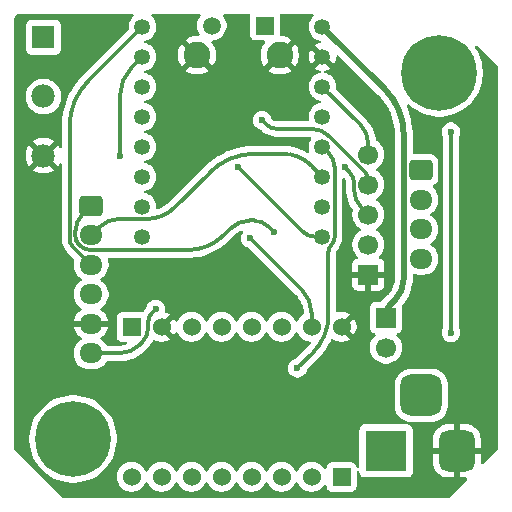
<source format=gbl>
%TF.GenerationSoftware,KiCad,Pcbnew,9.0.2*%
%TF.CreationDate,2026-01-19T19:13:50-08:00*%
%TF.ProjectId,OrreryMod,4f727265-7279-44d6-9f64-2e6b69636164,rev?*%
%TF.SameCoordinates,Original*%
%TF.FileFunction,Copper,L2,Bot*%
%TF.FilePolarity,Positive*%
%FSLAX46Y46*%
G04 Gerber Fmt 4.6, Leading zero omitted, Abs format (unit mm)*
G04 Created by KiCad (PCBNEW 9.0.2) date 2026-01-19 19:13:50*
%MOMM*%
%LPD*%
G01*
G04 APERTURE LIST*
G04 Aperture macros list*
%AMRoundRect*
0 Rectangle with rounded corners*
0 $1 Rounding radius*
0 $2 $3 $4 $5 $6 $7 $8 $9 X,Y pos of 4 corners*
0 Add a 4 corners polygon primitive as box body*
4,1,4,$2,$3,$4,$5,$6,$7,$8,$9,$2,$3,0*
0 Add four circle primitives for the rounded corners*
1,1,$1+$1,$2,$3*
1,1,$1+$1,$4,$5*
1,1,$1+$1,$6,$7*
1,1,$1+$1,$8,$9*
0 Add four rect primitives between the rounded corners*
20,1,$1+$1,$2,$3,$4,$5,0*
20,1,$1+$1,$4,$5,$6,$7,0*
20,1,$1+$1,$6,$7,$8,$9,0*
20,1,$1+$1,$8,$9,$2,$3,0*%
G04 Aperture macros list end*
%TA.AperFunction,ComponentPad*%
%ADD10RoundRect,0.250000X-0.725000X0.600000X-0.725000X-0.600000X0.725000X-0.600000X0.725000X0.600000X0*%
%TD*%
%TA.AperFunction,ComponentPad*%
%ADD11O,1.950000X1.700000*%
%TD*%
%TA.AperFunction,ComponentPad*%
%ADD12C,0.800000*%
%TD*%
%TA.AperFunction,ComponentPad*%
%ADD13C,6.400000*%
%TD*%
%TA.AperFunction,ComponentPad*%
%ADD14R,1.700000X1.700000*%
%TD*%
%TA.AperFunction,ComponentPad*%
%ADD15C,1.700000*%
%TD*%
%TA.AperFunction,ComponentPad*%
%ADD16C,1.524000*%
%TD*%
%TA.AperFunction,ComponentPad*%
%ADD17R,1.524000X1.524000*%
%TD*%
%TA.AperFunction,ComponentPad*%
%ADD18RoundRect,0.875000X0.875000X0.875000X-0.875000X0.875000X-0.875000X-0.875000X0.875000X-0.875000X0*%
%TD*%
%TA.AperFunction,ComponentPad*%
%ADD19RoundRect,0.750000X0.750000X1.000000X-0.750000X1.000000X-0.750000X-1.000000X0.750000X-1.000000X0*%
%TD*%
%TA.AperFunction,ComponentPad*%
%ADD20R,3.500000X3.500000*%
%TD*%
%TA.AperFunction,ComponentPad*%
%ADD21R,1.500000X1.500000*%
%TD*%
%TA.AperFunction,ComponentPad*%
%ADD22C,1.500000*%
%TD*%
%TA.AperFunction,ComponentPad*%
%ADD23C,2.250000*%
%TD*%
%TA.AperFunction,ComponentPad*%
%ADD24R,1.980000X1.980000*%
%TD*%
%TA.AperFunction,ComponentPad*%
%ADD25C,1.980000*%
%TD*%
%TA.AperFunction,ComponentPad*%
%ADD26C,1.348000*%
%TD*%
%TA.AperFunction,ViaPad*%
%ADD27C,0.600000*%
%TD*%
%TA.AperFunction,Conductor*%
%ADD28C,0.300000*%
%TD*%
%TA.AperFunction,Conductor*%
%ADD29C,0.500000*%
%TD*%
G04 APERTURE END LIST*
D10*
%TO.P,J2,1,Pin_1*%
%TO.N,Net-(J2-Pin_1)*%
X110467500Y-90250000D03*
D11*
%TO.P,J2,2,Pin_2*%
%TO.N,Net-(J2-Pin_2)*%
X110467500Y-92750000D03*
%TO.P,J2,3,Pin_3*%
%TO.N,Net-(J2-Pin_3)*%
X110467500Y-95250000D03*
%TO.P,J2,4,Pin_4*%
%TO.N,Net-(J2-Pin_4)*%
X110467500Y-97750000D03*
%TD*%
D10*
%TO.P,J3,1,Pin_1*%
%TO.N,Net-(J3-Pin_1)*%
X82532500Y-93250000D03*
D11*
%TO.P,J3,2,Pin_2*%
%TO.N,Net-(J3-Pin_2)*%
X82532500Y-95750000D03*
%TO.P,J3,3,Pin_3*%
%TO.N,Net-(J3-Pin_3)*%
X82532500Y-98250000D03*
%TO.P,J3,4,Pin_4*%
%TO.N,Net-(J3-Pin_4)*%
X82532500Y-100750000D03*
%TO.P,J3,5,Pin_5*%
%TO.N,GND*%
X82532500Y-103250000D03*
%TO.P,J3,6,Pin_6*%
%TO.N,+3.3V*%
X82532500Y-105750000D03*
%TD*%
D12*
%TO.P,H3,1*%
%TO.N,N/C*%
X112000000Y-84400000D03*
X110302944Y-83697056D03*
X113697056Y-83697056D03*
X109600000Y-82000000D03*
D13*
X112000000Y-82000000D03*
D12*
X114400000Y-82000000D03*
X110302944Y-80302944D03*
X113697056Y-80302944D03*
X112000000Y-79600000D03*
%TD*%
%TO.P,H1,1*%
%TO.N,N/C*%
X81000000Y-115400000D03*
X79302944Y-114697056D03*
X82697056Y-114697056D03*
X78600000Y-113000000D03*
D13*
X81000000Y-113000000D03*
D12*
X83400000Y-113000000D03*
X79302944Y-111302944D03*
X82697056Y-111302944D03*
X81000000Y-110600000D03*
%TD*%
D14*
%TO.P,J4,1,Pin_1*%
%TO.N,GND*%
X106000000Y-99080000D03*
D15*
%TO.P,J4,2,Pin_2*%
%TO.N,unconnected-(J4-Pin_2-Pad2)*%
X106000000Y-96540000D03*
%TO.P,J4,3,Pin_3*%
%TO.N,Net-(J4-Pin_3)*%
X106000000Y-94000000D03*
%TO.P,J4,4,Pin_4*%
%TO.N,Net-(J4-Pin_4)*%
X106000000Y-91460000D03*
%TO.P,J4,5,Pin_5*%
%TO.N,+3.3V*%
X106000000Y-88920000D03*
%TD*%
D16*
%TO.P,TMC2208,JP2_8,GND*%
%TO.N,GND*%
X103740000Y-103500000D03*
%TO.P,TMC2208,JP2_7,VIO*%
%TO.N,+3.3V*%
X101200000Y-103500000D03*
%TO.P,TMC2208,JP2_6,OB2*%
%TO.N,Net-(J2-Pin_4)*%
X98660000Y-103500000D03*
%TO.P,TMC2208,JP2_5,OB1*%
%TO.N,Net-(J2-Pin_3)*%
X96120000Y-103500000D03*
%TO.P,TMC2208,JP2_4,OA1*%
%TO.N,Net-(J2-Pin_1)*%
X93580000Y-103500000D03*
%TO.P,TMC2208,JP2_3,OA2*%
%TO.N,Net-(J2-Pin_2)*%
X91040000Y-103500000D03*
%TO.P,TMC2208,JP2_2,GND*%
%TO.N,GND*%
X88500000Y-103500000D03*
D17*
%TO.P,TMC2208,JP2_1,VM*%
%TO.N,Net-(J5-Pin_2)*%
X85960000Y-103500000D03*
D16*
%TO.P,TMC2208,JP1_8,EN*%
%TO.N,Net-(U1-GPIO10)*%
X85960000Y-116200000D03*
%TO.P,TMC2208,JP1_7,MS1*%
%TO.N,unconnected-(U2-MS1-PadJP1_7)*%
X88500000Y-116200000D03*
%TO.P,TMC2208,JP1_6,MS2*%
%TO.N,unconnected-(U2-MS2-PadJP1_6)*%
X91040000Y-116200000D03*
%TO.P,TMC2208,JP1_5,PDN/UART2*%
%TO.N,unconnected-(U2-PDN{slash}UART2-PadJP1_5)*%
X93580000Y-116200000D03*
%TO.P,TMC2208,JP1_4,PDN/UART1*%
%TO.N,unconnected-(U2-PDN{slash}UART1-PadJP1_4)*%
X96120000Y-116200000D03*
%TO.P,TMC2208,JP1_3*%
%TO.N,N/C*%
X98660000Y-116200000D03*
%TO.P,TMC2208,JP1_2,STEP*%
%TO.N,Net-(U1-GPIO3)*%
X101200000Y-116200000D03*
D17*
%TO.P,TMC2208,JP1_1,DIR*%
%TO.N,Net-(U1-GPIO4)*%
X103740000Y-116200000D03*
%TD*%
D18*
%TO.P,5V 2A,3*%
%TO.N,N/C*%
X110500000Y-109300000D03*
D19*
%TO.P,5V 2A,2*%
%TO.N,GND*%
X113500000Y-114000000D03*
D20*
%TO.P,5V 2A,1*%
%TO.N,Net-(J5-Pin_2)*%
X107500000Y-114000000D03*
%TD*%
D21*
%TO.P,S1,1,COM*%
%TO.N,+3.3V*%
X97250000Y-78000000D03*
D22*
%TO.P,S1,2,NO*%
%TO.N,Net-(S1-NO)*%
X92750000Y-78000000D03*
D23*
%TO.P,S1,3,GND_1*%
%TO.N,GND*%
X98500000Y-80500000D03*
%TO.P,S1,4,GND_2*%
X91500000Y-80500000D03*
%TD*%
D14*
%TO.P,J5,1,Pin_1*%
%TO.N,Net-(J5-Pin_1)*%
X107500000Y-102725000D03*
D15*
%TO.P,J5,2,Pin_2*%
%TO.N,Net-(J5-Pin_2)*%
X107500000Y-105265000D03*
%TD*%
D24*
%TO.P,POT,1,CCW*%
%TO.N,+3.3V*%
X78500000Y-79000000D03*
D25*
%TO.P,POT,2,WIPER*%
%TO.N,Net-(U1-GPIO0)*%
X78500000Y-84000000D03*
%TO.P,POT,3,CW*%
%TO.N,GND*%
X78500000Y-89000000D03*
%TD*%
D26*
%TO.P,ESP32-C3-super-mini,0,GPIO0*%
%TO.N,Net-(U1-GPIO0)*%
X102120000Y-95880000D03*
%TO.P,ESP32-C3-super-mini,1,GPIO1*%
%TO.N,Net-(J3-Pin_1)*%
X102120000Y-93340000D03*
%TO.P,ESP32-C3-super-mini,2,GPIO2*%
%TO.N,Net-(J3-Pin_2)*%
X102120000Y-90800000D03*
%TO.P,ESP32-C3-super-mini,3,GPIO3*%
%TO.N,Net-(U1-GPIO3)*%
X102120000Y-88260000D03*
%TO.P,ESP32-C3-super-mini,3.3,3V3*%
%TO.N,+3.3V*%
X102120000Y-83180000D03*
%TO.P,ESP32-C3-super-mini,4,GPIO4*%
%TO.N,Net-(U1-GPIO4)*%
X102120000Y-85720000D03*
%TO.P,ESP32-C3-super-mini,5,GPIO5*%
%TO.N,Net-(J3-Pin_3)*%
X86880000Y-78100000D03*
%TO.P,ESP32-C3-super-mini,5V,5V*%
%TO.N,Net-(J5-Pin_1)*%
X102120000Y-78100000D03*
%TO.P,ESP32-C3-super-mini,6,GPIO6*%
%TO.N,Net-(J3-Pin_4)*%
X86880000Y-80640000D03*
%TO.P,ESP32-C3-super-mini,7,GPIO7*%
%TO.N,Net-(S1-NO)*%
X86880000Y-83180000D03*
%TO.P,ESP32-C3-super-mini,8,GPIO8*%
%TO.N,Net-(J4-Pin_4)*%
X86880000Y-85720000D03*
%TO.P,ESP32-C3-super-mini,9,GPIO9*%
%TO.N,Net-(J4-Pin_3)*%
X86880000Y-88260000D03*
%TO.P,ESP32-C3-super-mini,10,GPIO10*%
%TO.N,Net-(U1-GPIO10)*%
X86880000Y-90800000D03*
%TO.P,ESP32-C3-super-mini,20,GPIO20*%
%TO.N,unconnected-(U1-GPIO20-Pad20)*%
X86880000Y-93340000D03*
%TO.P,ESP32-C3-super-mini,21,GPIO21*%
%TO.N,unconnected-(U1-GPIO21-Pad21)*%
X86880000Y-95880000D03*
%TO.P,ESP32-C3-super-mini,G,GND*%
%TO.N,GND*%
X102120000Y-80640000D03*
%TD*%
D27*
%TO.N,Net-(J3-Pin_1)*%
X98000000Y-95500000D03*
%TO.N,+3.3V*%
X88000000Y-102000000D03*
X96000000Y-96000000D03*
%TO.N,Net-(J4-Pin_3)*%
X104000000Y-90000000D03*
%TO.N,Net-(J4-Pin_4)*%
X97000000Y-86000000D03*
%TO.N,Net-(U1-GPIO4)*%
X113000000Y-87000000D03*
X113000000Y-104000000D03*
%TO.N,Net-(U1-GPIO3)*%
X100000000Y-107000000D03*
%TO.N,Net-(J3-Pin_4)*%
X85000000Y-89000000D03*
%TO.N,Net-(U1-GPIO0)*%
X95000000Y-90000000D03*
%TD*%
D28*
%TO.N,Net-(J3-Pin_1)*%
X84643623Y-97000000D02*
X83212214Y-97000000D01*
X88238230Y-97000000D02*
X85364689Y-97000000D01*
X81493297Y-96534267D02*
X81578973Y-96619943D01*
X97500000Y-95000000D02*
G75*
G03*
X96292893Y-94500003I-1207100J-1207100D01*
G01*
X90732233Y-97000000D02*
G75*
G03*
X93749990Y-95749990I-33J4267800D01*
G01*
X96000000Y-94500000D02*
G75*
G03*
X94292896Y-95207109I0J-2414200D01*
G01*
X84643623Y-97000000D02*
X85364689Y-97000000D01*
X98000000Y-95500000D02*
X97500000Y-95000000D01*
X96000000Y-94500000D02*
X96292893Y-94500000D01*
X90732233Y-97000000D02*
X88238230Y-97000000D01*
X93749999Y-95749999D02*
X94292893Y-95207106D01*
%TO.N,Net-(U1-GPIO3)*%
X102632500Y-88772500D02*
G75*
G02*
X103145006Y-90009784I-1237300J-1237300D01*
G01*
X102627000Y-97188850D02*
G75*
G02*
X102885971Y-96563540I884300J50D01*
G01*
X101313500Y-105686500D02*
G75*
G03*
X102627013Y-102515430I-3171100J3171100D01*
G01*
X102886000Y-96563569D02*
G75*
G03*
X103144986Y-95938287I-625300J625269D01*
G01*
%TO.N,Net-(U1-GPIO0)*%
X101500000Y-95880000D02*
G75*
G02*
X100441596Y-95441590I0J1496800D01*
G01*
%TO.N,Net-(J4-Pin_3)*%
X104799000Y-91363978D02*
G75*
G03*
X104399494Y-90399506I-1364000J-22D01*
G01*
X105399500Y-93399500D02*
G75*
G02*
X104799015Y-91949764I1449700J1449700D01*
G01*
%TO.N,Net-(J4-Pin_4)*%
X97372500Y-86372500D02*
G75*
G03*
X98271794Y-86745002I899300J899300D01*
G01*
X101194577Y-86745000D02*
G75*
G02*
X102662686Y-87353095I23J-2076200D01*
G01*
X106000000Y-91075215D02*
G75*
G03*
X105727934Y-90418329I-929000J15D01*
G01*
%TO.N,Net-(J3-Pin_2)*%
X89613800Y-93386199D02*
G75*
G02*
X87250766Y-94364986I-2363000J2362999D01*
G01*
X96405963Y-88848000D02*
G75*
G03*
X92558236Y-90441821I37J-5441500D01*
G01*
X83225000Y-95057500D02*
G75*
G02*
X84896842Y-94365018I1671800J-1671800D01*
G01*
X101144000Y-89824000D02*
G75*
G03*
X98787727Y-88847989I-2356300J-2356300D01*
G01*
%TO.N,+3.3V*%
X86790908Y-104895091D02*
G75*
G03*
X87386994Y-103456000I-1439108J1439091D01*
G01*
X84909988Y-105750000D02*
G75*
G03*
X86661503Y-105024503I12J2477000D01*
G01*
X105342390Y-86402390D02*
G75*
G02*
X106000005Y-87990000I-1587590J-1587610D01*
G01*
X87693500Y-102306500D02*
G75*
G03*
X87386953Y-103046456I739900J-740000D01*
G01*
X100386827Y-100386827D02*
G75*
G02*
X101200013Y-102350000I-1963127J-1963173D01*
G01*
%TO.N,Net-(J3-Pin_4)*%
X85000000Y-83849360D02*
G75*
G02*
X85940011Y-81580011I3209400J-40D01*
G01*
%TO.N,Net-(J3-Pin_1)*%
X81493297Y-96534267D02*
G75*
G02*
X81206520Y-95841877I692403J692367D01*
G01*
X81206500Y-95411735D02*
G75*
G02*
X81797445Y-93985038I2017600J35D01*
G01*
X82496510Y-97000000D02*
G75*
G02*
X81578966Y-96619950I-10J1297600D01*
G01*
%TO.N,Net-(J3-Pin_3)*%
X82299292Y-82680707D02*
G75*
G03*
X80705459Y-86528463I3847708J-3847793D01*
G01*
X80705500Y-96055507D02*
G75*
G03*
X80987988Y-96737456I964400J7D01*
G01*
X82516505Y-98250000D02*
G75*
G02*
X82489200Y-98238688I-5J38600D01*
G01*
D29*
%TO.N,Net-(J5-Pin_1)*%
X108249999Y-101249999D02*
G75*
G03*
X109000015Y-99439339I-1810699J1810699D01*
G01*
X107756326Y-101743673D02*
G75*
G03*
X107499984Y-102362500I618774J-618827D01*
G01*
X107406207Y-83386207D02*
G75*
G02*
X109000011Y-87233963I-3847807J-3847793D01*
G01*
D28*
%TO.N,+3.3V*%
X87693500Y-102306500D02*
X88000000Y-102000000D01*
X87387000Y-103046456D02*
X87387000Y-103456000D01*
X86790908Y-104895091D02*
X86661500Y-105024500D01*
X84909988Y-105750000D02*
X82532500Y-105750000D01*
D29*
%TO.N,Net-(J5-Pin_1)*%
X107500000Y-102362500D02*
X107500000Y-102725000D01*
X108249999Y-101249999D02*
X107756326Y-101743673D01*
X109000000Y-99439339D02*
X109000000Y-87233963D01*
X107406207Y-83386207D02*
X102120000Y-78100000D01*
D28*
%TO.N,+3.3V*%
X100386827Y-100386827D02*
X96000000Y-96000000D01*
X101200000Y-102350000D02*
X101200000Y-103500000D01*
%TO.N,Net-(J4-Pin_3)*%
X104399500Y-90399500D02*
X104000000Y-90000000D01*
X104799000Y-91363978D02*
X104799000Y-91949764D01*
X105399500Y-93399500D02*
X106000000Y-94000000D01*
%TO.N,Net-(J4-Pin_4)*%
X101194577Y-86745000D02*
X98271794Y-86745000D01*
X97372500Y-86372500D02*
X97000000Y-86000000D01*
X102662675Y-87353106D02*
X105727916Y-90418347D01*
X106000000Y-91075215D02*
X106000000Y-91460000D01*
%TO.N,Net-(U1-GPIO4)*%
X113000000Y-87000000D02*
X113000000Y-104000000D01*
%TO.N,Net-(U1-GPIO3)*%
X101313500Y-105686500D02*
X100000000Y-107000000D01*
X102627000Y-97188850D02*
X102627000Y-102515430D01*
X103145000Y-90009784D02*
X103145000Y-95938287D01*
X102632500Y-88772500D02*
X102120000Y-88260000D01*
%TO.N,Net-(J3-Pin_4)*%
X85000000Y-83849360D02*
X85000000Y-89000000D01*
X85940000Y-81580000D02*
X86880000Y-80640000D01*
%TO.N,Net-(J3-Pin_3)*%
X82516505Y-98250000D02*
X82532500Y-98250000D01*
X80987977Y-96737467D02*
X82489199Y-98238689D01*
X80705500Y-96055507D02*
X80705500Y-86528463D01*
X82299292Y-82680707D02*
X86880000Y-78100000D01*
%TO.N,Net-(J3-Pin_2)*%
X83225000Y-95057500D02*
X82532500Y-95750000D01*
X96405963Y-88848000D02*
X98787727Y-88848000D01*
X87250766Y-94365000D02*
X84896842Y-94365000D01*
X101144000Y-89824000D02*
X102120000Y-90800000D01*
X89613800Y-93386199D02*
X92558207Y-90441792D01*
%TO.N,Net-(J3-Pin_1)*%
X81797453Y-93985046D02*
X82532500Y-93250000D01*
X81206500Y-95841877D02*
X81206500Y-95411735D01*
X83212214Y-97000000D02*
X82496510Y-97000000D01*
%TO.N,Net-(U1-GPIO0)*%
X95000000Y-90000000D02*
X100441593Y-95441593D01*
X101500000Y-95880000D02*
X102120000Y-95880000D01*
%TO.N,+3.3V*%
X105342390Y-86402390D02*
X102120000Y-83180000D01*
X106000000Y-87990000D02*
X106000000Y-88920000D01*
%TD*%
%TA.AperFunction,Conductor*%
%TO.N,GND*%
G36*
X86086182Y-77020185D02*
G01*
X86131937Y-77072989D01*
X86141881Y-77142147D01*
X86112856Y-77205703D01*
X86106824Y-77212181D01*
X85984139Y-77334865D01*
X85984135Y-77334870D01*
X85875479Y-77484424D01*
X85791547Y-77649147D01*
X85791546Y-77649150D01*
X85734419Y-77824969D01*
X85705500Y-78007559D01*
X85705500Y-78192439D01*
X85717782Y-78269982D01*
X85708828Y-78339276D01*
X85682990Y-78377062D01*
X81790088Y-82269964D01*
X81789544Y-82270563D01*
X81685521Y-82374585D01*
X81685496Y-82374612D01*
X81400524Y-82703480D01*
X81139755Y-83051819D01*
X81139752Y-83051823D01*
X80904481Y-83417904D01*
X80695936Y-83799819D01*
X80695932Y-83799827D01*
X80518942Y-84187371D01*
X80515149Y-84195676D01*
X80363093Y-84603345D01*
X80363081Y-84603381D01*
X80240487Y-85020882D01*
X80240483Y-85020897D01*
X80147981Y-85446104D01*
X80086048Y-85876834D01*
X80055001Y-86310880D01*
X80055000Y-86464392D01*
X80055000Y-88253355D01*
X80035315Y-88320394D01*
X79982511Y-88366149D01*
X79913353Y-88376093D01*
X79849797Y-88347068D01*
X79820515Y-88309650D01*
X79774359Y-88219066D01*
X79715500Y-88138053D01*
X79715499Y-88138052D01*
X79108694Y-88744857D01*
X79084884Y-88687373D01*
X79012655Y-88579275D01*
X78920725Y-88487345D01*
X78812627Y-88415116D01*
X78755141Y-88391304D01*
X79361945Y-87784499D01*
X79361945Y-87784498D01*
X79280933Y-87725640D01*
X79071965Y-87619164D01*
X78848909Y-87546689D01*
X78617265Y-87510000D01*
X78382735Y-87510000D01*
X78151090Y-87546689D01*
X77928034Y-87619164D01*
X77719068Y-87725639D01*
X77638053Y-87784498D01*
X77638053Y-87784499D01*
X78244858Y-88391304D01*
X78187373Y-88415116D01*
X78079275Y-88487345D01*
X77987345Y-88579275D01*
X77915116Y-88687373D01*
X77891304Y-88744858D01*
X77284499Y-88138053D01*
X77284498Y-88138053D01*
X77225639Y-88219068D01*
X77119164Y-88428034D01*
X77046689Y-88651090D01*
X77010000Y-88882734D01*
X77010000Y-89117265D01*
X77046689Y-89348909D01*
X77119164Y-89571965D01*
X77225640Y-89780933D01*
X77284498Y-89861945D01*
X77284499Y-89861945D01*
X77891304Y-89255140D01*
X77915116Y-89312627D01*
X77987345Y-89420725D01*
X78079275Y-89512655D01*
X78187373Y-89584884D01*
X78244858Y-89608695D01*
X77638052Y-90215499D01*
X77638053Y-90215500D01*
X77719066Y-90274359D01*
X77928034Y-90380835D01*
X78151090Y-90453310D01*
X78382735Y-90490000D01*
X78617265Y-90490000D01*
X78848909Y-90453310D01*
X79071965Y-90380835D01*
X79280930Y-90274361D01*
X79361945Y-90215499D01*
X79361946Y-90215499D01*
X78755141Y-89608695D01*
X78812627Y-89584884D01*
X78920725Y-89512655D01*
X79012655Y-89420725D01*
X79084884Y-89312627D01*
X79108695Y-89255141D01*
X79715499Y-89861946D01*
X79715499Y-89861945D01*
X79774361Y-89780930D01*
X79820515Y-89690349D01*
X79868489Y-89639553D01*
X79936310Y-89622758D01*
X80002445Y-89645295D01*
X80045897Y-89700010D01*
X80055000Y-89746644D01*
X80055000Y-96004134D01*
X80054985Y-96004185D01*
X80054985Y-96161362D01*
X80082621Y-96371255D01*
X80137413Y-96575732D01*
X80217778Y-96769737D01*
X80218435Y-96771323D01*
X80283793Y-96884520D01*
X80324289Y-96954658D01*
X80377140Y-97023531D01*
X80453170Y-97122609D01*
X80500777Y-97170213D01*
X80500780Y-97170216D01*
X81079210Y-97748646D01*
X81112695Y-97809969D01*
X81109460Y-97874645D01*
X81090254Y-97933755D01*
X81081676Y-97987913D01*
X81057000Y-98143713D01*
X81057000Y-98356287D01*
X81090254Y-98566243D01*
X81110902Y-98629792D01*
X81155944Y-98768414D01*
X81252451Y-98957820D01*
X81377390Y-99129786D01*
X81527709Y-99280105D01*
X81527714Y-99280109D01*
X81692293Y-99399682D01*
X81734959Y-99455011D01*
X81740938Y-99524625D01*
X81708333Y-99586420D01*
X81692293Y-99600318D01*
X81527714Y-99719890D01*
X81527709Y-99719894D01*
X81377390Y-99870213D01*
X81252451Y-100042179D01*
X81155944Y-100231585D01*
X81090253Y-100433760D01*
X81066122Y-100586118D01*
X81057000Y-100643713D01*
X81057000Y-100856287D01*
X81090254Y-101066243D01*
X81155058Y-101265689D01*
X81155944Y-101268414D01*
X81252451Y-101457820D01*
X81377390Y-101629786D01*
X81527709Y-101780105D01*
X81527714Y-101780109D01*
X81692718Y-101899991D01*
X81735384Y-101955320D01*
X81741363Y-102024934D01*
X81708758Y-102086729D01*
X81692718Y-102100627D01*
X81528040Y-102220272D01*
X81528035Y-102220276D01*
X81377776Y-102370535D01*
X81377772Y-102370540D01*
X81252879Y-102542442D01*
X81156404Y-102731782D01*
X81090742Y-102933870D01*
X81090742Y-102933873D01*
X81080269Y-103000000D01*
X82128354Y-103000000D01*
X82089870Y-103066657D01*
X82057500Y-103187465D01*
X82057500Y-103312535D01*
X82089870Y-103433343D01*
X82128354Y-103500000D01*
X81080269Y-103500000D01*
X81090742Y-103566126D01*
X81090742Y-103566129D01*
X81156404Y-103768217D01*
X81252879Y-103957557D01*
X81377772Y-104129459D01*
X81377776Y-104129464D01*
X81528035Y-104279723D01*
X81528040Y-104279727D01*
X81692718Y-104399372D01*
X81735384Y-104454701D01*
X81741363Y-104524315D01*
X81708758Y-104586110D01*
X81692718Y-104600008D01*
X81527714Y-104719890D01*
X81527709Y-104719894D01*
X81377390Y-104870213D01*
X81252451Y-105042179D01*
X81155944Y-105231585D01*
X81090253Y-105433760D01*
X81057000Y-105643713D01*
X81057000Y-105856286D01*
X81075456Y-105972816D01*
X81090254Y-106066243D01*
X81140612Y-106221229D01*
X81155944Y-106268414D01*
X81252451Y-106457820D01*
X81377390Y-106629786D01*
X81527713Y-106780109D01*
X81699679Y-106905048D01*
X81699681Y-106905049D01*
X81699684Y-106905051D01*
X81889088Y-107001557D01*
X82091257Y-107067246D01*
X82301213Y-107100500D01*
X82301214Y-107100500D01*
X82763786Y-107100500D01*
X82763787Y-107100500D01*
X82973743Y-107067246D01*
X83175912Y-107001557D01*
X83365316Y-106905051D01*
X83387289Y-106889086D01*
X83537286Y-106780109D01*
X83537288Y-106780106D01*
X83537292Y-106780104D01*
X83687604Y-106629792D01*
X83687606Y-106629788D01*
X83687609Y-106629786D01*
X83815415Y-106453875D01*
X83816759Y-106454851D01*
X83863205Y-106412834D01*
X83917118Y-106400500D01*
X84980655Y-106400500D01*
X84980743Y-106400495D01*
X85063630Y-106400496D01*
X85369440Y-106370378D01*
X85670826Y-106310429D01*
X85964884Y-106221229D01*
X86248783Y-106103635D01*
X86519789Y-105958780D01*
X86775291Y-105788059D01*
X87012830Y-105593116D01*
X87121473Y-105484473D01*
X87140489Y-105465457D01*
X87172189Y-105433757D01*
X87214562Y-105391384D01*
X87214577Y-105391375D01*
X87250887Y-105355064D01*
X87250888Y-105355065D01*
X87357537Y-105248416D01*
X87522004Y-105042179D01*
X87545600Y-105012590D01*
X87545601Y-105012588D01*
X87545611Y-105012576D01*
X87706096Y-104757162D01*
X87745929Y-104674446D01*
X87792749Y-104622589D01*
X87860175Y-104604275D01*
X87913943Y-104617764D01*
X88015562Y-104669542D01*
X88204477Y-104730924D01*
X88400679Y-104762000D01*
X88599321Y-104762000D01*
X88795520Y-104730924D01*
X88795523Y-104730924D01*
X88984437Y-104669542D01*
X89161425Y-104579362D01*
X89198715Y-104552268D01*
X88635942Y-103989495D01*
X88696081Y-103973381D01*
X88811920Y-103906502D01*
X88906502Y-103811920D01*
X88973381Y-103696081D01*
X88989495Y-103635942D01*
X89552268Y-104198715D01*
X89579364Y-104161422D01*
X89659234Y-104004669D01*
X89707208Y-103953872D01*
X89775029Y-103937077D01*
X89841164Y-103959614D01*
X89880203Y-104004667D01*
X89960213Y-104161694D01*
X90077019Y-104322464D01*
X90217536Y-104462981D01*
X90378306Y-104579787D01*
X90452840Y-104617764D01*
X90555367Y-104670005D01*
X90555370Y-104670006D01*
X90649866Y-104700709D01*
X90744364Y-104731413D01*
X90940639Y-104762500D01*
X90940640Y-104762500D01*
X91139360Y-104762500D01*
X91139361Y-104762500D01*
X91335636Y-104731413D01*
X91524632Y-104670005D01*
X91701694Y-104579787D01*
X91862464Y-104462981D01*
X92002981Y-104322464D01*
X92119787Y-104161694D01*
X92199515Y-104005218D01*
X92247490Y-103954423D01*
X92315311Y-103937628D01*
X92381446Y-103960165D01*
X92420484Y-104005218D01*
X92500213Y-104161694D01*
X92617019Y-104322464D01*
X92757536Y-104462981D01*
X92918306Y-104579787D01*
X92992840Y-104617764D01*
X93095367Y-104670005D01*
X93095370Y-104670006D01*
X93189866Y-104700709D01*
X93284364Y-104731413D01*
X93480639Y-104762500D01*
X93480640Y-104762500D01*
X93679360Y-104762500D01*
X93679361Y-104762500D01*
X93875636Y-104731413D01*
X94064632Y-104670005D01*
X94241694Y-104579787D01*
X94402464Y-104462981D01*
X94542981Y-104322464D01*
X94659787Y-104161694D01*
X94739515Y-104005218D01*
X94787490Y-103954423D01*
X94855311Y-103937628D01*
X94921446Y-103960165D01*
X94960484Y-104005218D01*
X95040213Y-104161694D01*
X95157019Y-104322464D01*
X95297536Y-104462981D01*
X95458306Y-104579787D01*
X95532840Y-104617764D01*
X95635367Y-104670005D01*
X95635370Y-104670006D01*
X95729866Y-104700709D01*
X95824364Y-104731413D01*
X96020639Y-104762500D01*
X96020640Y-104762500D01*
X96219360Y-104762500D01*
X96219361Y-104762500D01*
X96415636Y-104731413D01*
X96604632Y-104670005D01*
X96781694Y-104579787D01*
X96942464Y-104462981D01*
X97082981Y-104322464D01*
X97199787Y-104161694D01*
X97279515Y-104005218D01*
X97327490Y-103954423D01*
X97395311Y-103937628D01*
X97461446Y-103960165D01*
X97500484Y-104005218D01*
X97580213Y-104161694D01*
X97697019Y-104322464D01*
X97837536Y-104462981D01*
X97998306Y-104579787D01*
X98072840Y-104617764D01*
X98175367Y-104670005D01*
X98175370Y-104670006D01*
X98269866Y-104700709D01*
X98364364Y-104731413D01*
X98560639Y-104762500D01*
X98560640Y-104762500D01*
X98759360Y-104762500D01*
X98759361Y-104762500D01*
X98955636Y-104731413D01*
X99144632Y-104670005D01*
X99321694Y-104579787D01*
X99482464Y-104462981D01*
X99622981Y-104322464D01*
X99739787Y-104161694D01*
X99819515Y-104005218D01*
X99867490Y-103954423D01*
X99935311Y-103937628D01*
X100001446Y-103960165D01*
X100040484Y-104005218D01*
X100120213Y-104161694D01*
X100237019Y-104322464D01*
X100377536Y-104462981D01*
X100538306Y-104579787D01*
X100612840Y-104617764D01*
X100715367Y-104670005D01*
X100715370Y-104670006D01*
X100904363Y-104731413D01*
X100927758Y-104735118D01*
X101024672Y-104750467D01*
X101028660Y-104752358D01*
X101033070Y-104752096D01*
X101059951Y-104767192D01*
X101087805Y-104780396D01*
X101090139Y-104784145D01*
X101093991Y-104786308D01*
X101108441Y-104813536D01*
X101124737Y-104839707D01*
X101124673Y-104844124D01*
X101126744Y-104848025D01*
X101124179Y-104878743D01*
X101123739Y-104909569D01*
X101121195Y-104914489D01*
X101120931Y-104917652D01*
X101103649Y-104948426D01*
X101082778Y-104975626D01*
X101075824Y-104983913D01*
X100855138Y-105224748D01*
X100851397Y-105228656D01*
X99897068Y-106182984D01*
X99835745Y-106216469D01*
X99833579Y-106216920D01*
X99766508Y-106230261D01*
X99766498Y-106230264D01*
X99620827Y-106290602D01*
X99620814Y-106290609D01*
X99489711Y-106378210D01*
X99489707Y-106378213D01*
X99378213Y-106489707D01*
X99378210Y-106489711D01*
X99290609Y-106620814D01*
X99290602Y-106620827D01*
X99230264Y-106766498D01*
X99230261Y-106766510D01*
X99199500Y-106921153D01*
X99199500Y-107078846D01*
X99230261Y-107233489D01*
X99230264Y-107233501D01*
X99290602Y-107379172D01*
X99290609Y-107379185D01*
X99378210Y-107510288D01*
X99378213Y-107510292D01*
X99489707Y-107621786D01*
X99489711Y-107621789D01*
X99620814Y-107709390D01*
X99620827Y-107709397D01*
X99766498Y-107769735D01*
X99766503Y-107769737D01*
X99921153Y-107800499D01*
X99921156Y-107800500D01*
X99921158Y-107800500D01*
X100078844Y-107800500D01*
X100078845Y-107800499D01*
X100233497Y-107769737D01*
X100379179Y-107709394D01*
X100510289Y-107621789D01*
X100621789Y-107510289D01*
X100709394Y-107379179D01*
X100769737Y-107233497D01*
X100783079Y-107166416D01*
X100815463Y-107104509D01*
X100816958Y-107102986D01*
X101818777Y-106101169D01*
X101818778Y-106101166D01*
X101823206Y-106096739D01*
X101823371Y-106096556D01*
X101916115Y-106003813D01*
X101916115Y-106003812D01*
X101916128Y-106003800D01*
X102178189Y-105696966D01*
X102415369Y-105370517D01*
X102626205Y-105026465D01*
X102809398Y-104666932D01*
X102839354Y-104594610D01*
X102883193Y-104540209D01*
X102949487Y-104518144D01*
X103017187Y-104535423D01*
X103026800Y-104541747D01*
X103078567Y-104579358D01*
X103255562Y-104669542D01*
X103444477Y-104730924D01*
X103640679Y-104762000D01*
X103839321Y-104762000D01*
X104035520Y-104730924D01*
X104035523Y-104730924D01*
X104224437Y-104669542D01*
X104401425Y-104579362D01*
X104438715Y-104552268D01*
X103875942Y-103989495D01*
X103936081Y-103973381D01*
X104051920Y-103906502D01*
X104146502Y-103811920D01*
X104213381Y-103696081D01*
X104229495Y-103635942D01*
X104792268Y-104198715D01*
X104819362Y-104161425D01*
X104909542Y-103984437D01*
X104970924Y-103795523D01*
X104970924Y-103795520D01*
X105002000Y-103599321D01*
X105002000Y-103400678D01*
X104970924Y-103204479D01*
X104970924Y-103204476D01*
X104909542Y-103015562D01*
X104819358Y-102838567D01*
X104792268Y-102801283D01*
X104229494Y-103364057D01*
X104213381Y-103303919D01*
X104146502Y-103188080D01*
X104051920Y-103093498D01*
X103936081Y-103026619D01*
X103875941Y-103010504D01*
X104438715Y-102447730D01*
X104401432Y-102420641D01*
X104224437Y-102330457D01*
X104035522Y-102269075D01*
X103839321Y-102238000D01*
X103640679Y-102238000D01*
X103444478Y-102269075D01*
X103439809Y-102270592D01*
X103369968Y-102272582D01*
X103310138Y-102236497D01*
X103279315Y-102173793D01*
X103277500Y-102152658D01*
X103277500Y-97262124D01*
X103277504Y-97262107D01*
X103277500Y-97196922D01*
X103278560Y-97180755D01*
X103279947Y-97170216D01*
X103283333Y-97144485D01*
X103291709Y-97113220D01*
X103302572Y-97086991D01*
X103318751Y-97058962D01*
X103340766Y-97030267D01*
X103351454Y-97018080D01*
X103417124Y-96952407D01*
X103539597Y-96792790D01*
X103640188Y-96618553D01*
X103717176Y-96432676D01*
X103769244Y-96238341D01*
X103795501Y-96038872D01*
X103795500Y-95938277D01*
X103795500Y-95902218D01*
X103795500Y-91030533D01*
X103803395Y-91003645D01*
X103808126Y-90976019D01*
X103813106Y-90970573D01*
X103815185Y-90963494D01*
X103836362Y-90945143D01*
X103855279Y-90924459D01*
X103862413Y-90922570D01*
X103867989Y-90917739D01*
X103895723Y-90913751D01*
X103922821Y-90906577D01*
X103929843Y-90908845D01*
X103937147Y-90907795D01*
X103962640Y-90919437D01*
X103989310Y-90928051D01*
X103997098Y-90935173D01*
X104000703Y-90936820D01*
X104015354Y-90951870D01*
X104020511Y-90958154D01*
X104034015Y-90978363D01*
X104088437Y-91080178D01*
X104097737Y-91102630D01*
X104117972Y-91169334D01*
X104131250Y-91213104D01*
X104135992Y-91236942D01*
X104147903Y-91357844D01*
X104148500Y-91370001D01*
X104148500Y-92019730D01*
X104148513Y-92020015D01*
X104148513Y-92101418D01*
X104148513Y-92101423D01*
X104182472Y-92402857D01*
X104182473Y-92402863D01*
X104182474Y-92402873D01*
X104249965Y-92698584D01*
X104249967Y-92698590D01*
X104249968Y-92698594D01*
X104259100Y-92724692D01*
X104350150Y-92984910D01*
X104350154Y-92984920D01*
X104481759Y-93258205D01*
X104481768Y-93258221D01*
X104488173Y-93268414D01*
X104636146Y-93503915D01*
X104643152Y-93515064D01*
X104643153Y-93515066D01*
X104668630Y-93547013D01*
X104695038Y-93611700D01*
X104689614Y-93662639D01*
X104682754Y-93683752D01*
X104682754Y-93683753D01*
X104649500Y-93893713D01*
X104649500Y-94106286D01*
X104677385Y-94282348D01*
X104682754Y-94316243D01*
X104737775Y-94485580D01*
X104748444Y-94518414D01*
X104844951Y-94707820D01*
X104969890Y-94879786D01*
X105120213Y-95030109D01*
X105292182Y-95155050D01*
X105300946Y-95159516D01*
X105351742Y-95207491D01*
X105368536Y-95275312D01*
X105345998Y-95341447D01*
X105300946Y-95380484D01*
X105292182Y-95384949D01*
X105120213Y-95509890D01*
X104969890Y-95660213D01*
X104844951Y-95832179D01*
X104748444Y-96021585D01*
X104682753Y-96223760D01*
X104649500Y-96433713D01*
X104649500Y-96646286D01*
X104677771Y-96824786D01*
X104682754Y-96856243D01*
X104744821Y-97047266D01*
X104748444Y-97058414D01*
X104844951Y-97247820D01*
X104969890Y-97419786D01*
X105083818Y-97533714D01*
X105117303Y-97595037D01*
X105112319Y-97664729D01*
X105070447Y-97720662D01*
X105039471Y-97737577D01*
X104907912Y-97786646D01*
X104907906Y-97786649D01*
X104792812Y-97872809D01*
X104792809Y-97872812D01*
X104706649Y-97987906D01*
X104706645Y-97987913D01*
X104656403Y-98122620D01*
X104656401Y-98122627D01*
X104650000Y-98182155D01*
X104650000Y-98830000D01*
X105566988Y-98830000D01*
X105534075Y-98887007D01*
X105500000Y-99014174D01*
X105500000Y-99145826D01*
X105534075Y-99272993D01*
X105566988Y-99330000D01*
X104650000Y-99330000D01*
X104650000Y-99977844D01*
X104656401Y-100037372D01*
X104656403Y-100037379D01*
X104706645Y-100172086D01*
X104706649Y-100172093D01*
X104792809Y-100287187D01*
X104792812Y-100287190D01*
X104907906Y-100373350D01*
X104907913Y-100373354D01*
X105042620Y-100423596D01*
X105042627Y-100423598D01*
X105102155Y-100429999D01*
X105102172Y-100430000D01*
X105750000Y-100430000D01*
X105750000Y-99513012D01*
X105807007Y-99545925D01*
X105934174Y-99580000D01*
X106065826Y-99580000D01*
X106192993Y-99545925D01*
X106250000Y-99513012D01*
X106250000Y-100430000D01*
X106897828Y-100430000D01*
X106897844Y-100429999D01*
X106957372Y-100423598D01*
X106957379Y-100423596D01*
X107092086Y-100373354D01*
X107092093Y-100373350D01*
X107207187Y-100287190D01*
X107207190Y-100287187D01*
X107293350Y-100172093D01*
X107293354Y-100172086D01*
X107343596Y-100037379D01*
X107343598Y-100037372D01*
X107349999Y-99977844D01*
X107350000Y-99977827D01*
X107350000Y-99330000D01*
X106433012Y-99330000D01*
X106465925Y-99272993D01*
X106500000Y-99145826D01*
X106500000Y-99014174D01*
X106465925Y-98887007D01*
X106433012Y-98830000D01*
X107350000Y-98830000D01*
X107350000Y-98182172D01*
X107349999Y-98182155D01*
X107343598Y-98122627D01*
X107343596Y-98122620D01*
X107293354Y-97987913D01*
X107293350Y-97987906D01*
X107207190Y-97872812D01*
X107207187Y-97872809D01*
X107092093Y-97786649D01*
X107092088Y-97786646D01*
X106960528Y-97737577D01*
X106904595Y-97695705D01*
X106880178Y-97630241D01*
X106895030Y-97561968D01*
X106916175Y-97533720D01*
X107030104Y-97419792D01*
X107155051Y-97247816D01*
X107251557Y-97058412D01*
X107317246Y-96856243D01*
X107350500Y-96646287D01*
X107350500Y-96433713D01*
X107317246Y-96223757D01*
X107251557Y-96021588D01*
X107155051Y-95832184D01*
X107155049Y-95832181D01*
X107155048Y-95832179D01*
X107030109Y-95660213D01*
X106879786Y-95509890D01*
X106707820Y-95384951D01*
X106707115Y-95384591D01*
X106699054Y-95380485D01*
X106648259Y-95332512D01*
X106631463Y-95264692D01*
X106653999Y-95198556D01*
X106699054Y-95159515D01*
X106707816Y-95155051D01*
X106739290Y-95132184D01*
X106879786Y-95030109D01*
X106879788Y-95030106D01*
X106879792Y-95030104D01*
X107030104Y-94879792D01*
X107030106Y-94879788D01*
X107030109Y-94879786D01*
X107149750Y-94715112D01*
X107155051Y-94707816D01*
X107251557Y-94518412D01*
X107317246Y-94316243D01*
X107350500Y-94106287D01*
X107350500Y-93893713D01*
X107317246Y-93683757D01*
X107251557Y-93481588D01*
X107155051Y-93292184D01*
X107155049Y-93292181D01*
X107155048Y-93292179D01*
X107030109Y-93120213D01*
X106879786Y-92969890D01*
X106707820Y-92844951D01*
X106707115Y-92844591D01*
X106699054Y-92840485D01*
X106648259Y-92792512D01*
X106631463Y-92724692D01*
X106653999Y-92658556D01*
X106699054Y-92619515D01*
X106707816Y-92615051D01*
X106763129Y-92574864D01*
X106879786Y-92490109D01*
X106879788Y-92490106D01*
X106879792Y-92490104D01*
X107030104Y-92339792D01*
X107030106Y-92339788D01*
X107030109Y-92339786D01*
X107155048Y-92167820D01*
X107155047Y-92167820D01*
X107155051Y-92167816D01*
X107251557Y-91978412D01*
X107317246Y-91776243D01*
X107350500Y-91566287D01*
X107350500Y-91353713D01*
X107317246Y-91143757D01*
X107251557Y-90941588D01*
X107155051Y-90752184D01*
X107155049Y-90752181D01*
X107155048Y-90752179D01*
X107030109Y-90580213D01*
X106879786Y-90429890D01*
X106707820Y-90304951D01*
X106707115Y-90304591D01*
X106699054Y-90300485D01*
X106648259Y-90252512D01*
X106631463Y-90184692D01*
X106653999Y-90118556D01*
X106699054Y-90079515D01*
X106707816Y-90075051D01*
X106763129Y-90034864D01*
X106879786Y-89950109D01*
X106879788Y-89950106D01*
X106879792Y-89950104D01*
X107030104Y-89799792D01*
X107030106Y-89799788D01*
X107030109Y-89799786D01*
X107155048Y-89627820D01*
X107155047Y-89627820D01*
X107155051Y-89627816D01*
X107251557Y-89438412D01*
X107317246Y-89236243D01*
X107350500Y-89026287D01*
X107350500Y-88813713D01*
X107317246Y-88603757D01*
X107251557Y-88401588D01*
X107155051Y-88212184D01*
X107155049Y-88212181D01*
X107155048Y-88212179D01*
X107030109Y-88040213D01*
X106879786Y-87889890D01*
X106707817Y-87764949D01*
X106699345Y-87760632D01*
X106648550Y-87712656D01*
X106632240Y-87662302D01*
X106632161Y-87661504D01*
X106622617Y-87564596D01*
X106567110Y-87285547D01*
X106484519Y-87013282D01*
X106484438Y-87013087D01*
X106422007Y-86862366D01*
X106375639Y-86750424D01*
X106241518Y-86499504D01*
X106083448Y-86262938D01*
X105902952Y-86043006D01*
X105802360Y-85942414D01*
X105781104Y-85921158D01*
X103317009Y-83457063D01*
X103283524Y-83395740D01*
X103282217Y-83349984D01*
X103294500Y-83272433D01*
X103294500Y-83087559D01*
X103265580Y-82904969D01*
X103208453Y-82729150D01*
X103208452Y-82729147D01*
X103152174Y-82618697D01*
X103124523Y-82564428D01*
X103084616Y-82509500D01*
X103015864Y-82414870D01*
X103015860Y-82414865D01*
X102885134Y-82284139D01*
X102885129Y-82284135D01*
X102735575Y-82175479D01*
X102735574Y-82175478D01*
X102735572Y-82175477D01*
X102682799Y-82148588D01*
X102570852Y-82091547D01*
X102570849Y-82091546D01*
X102395033Y-82034421D01*
X102395031Y-82034420D01*
X102395029Y-82034420D01*
X102382736Y-82032473D01*
X102381133Y-82032219D01*
X102318000Y-82002287D01*
X102281071Y-81942974D01*
X102282071Y-81873111D01*
X102320683Y-81814880D01*
X102381143Y-81787272D01*
X102394911Y-81785091D01*
X102570661Y-81727986D01*
X102735310Y-81644094D01*
X102755715Y-81629268D01*
X102755716Y-81629268D01*
X102184090Y-81057642D01*
X102282114Y-81031378D01*
X102377886Y-80976084D01*
X102456084Y-80897886D01*
X102511378Y-80802114D01*
X102537643Y-80704089D01*
X103109268Y-81275716D01*
X103109268Y-81275715D01*
X103124094Y-81255310D01*
X103207986Y-81090661D01*
X103265092Y-80914908D01*
X103294000Y-80732395D01*
X103294000Y-80634729D01*
X103313685Y-80567690D01*
X103366489Y-80521935D01*
X103435647Y-80511991D01*
X103499203Y-80541016D01*
X103505670Y-80547038D01*
X106819745Y-83861112D01*
X106873821Y-83915189D01*
X106877148Y-83918649D01*
X107060782Y-84117304D01*
X107122242Y-84183791D01*
X107128562Y-84191191D01*
X107132098Y-84195676D01*
X107350571Y-84472808D01*
X107356294Y-84480685D01*
X107555523Y-84778852D01*
X107560598Y-84787133D01*
X107735828Y-85100028D01*
X107740241Y-85108689D01*
X107890375Y-85434353D01*
X107894101Y-85443348D01*
X108018223Y-85779790D01*
X108021231Y-85789050D01*
X108118567Y-86134172D01*
X108120840Y-86143639D01*
X108189679Y-86489711D01*
X108190801Y-86495349D01*
X108192324Y-86504966D01*
X108234474Y-86861073D01*
X108235238Y-86870779D01*
X108249404Y-87231269D01*
X108249500Y-87236138D01*
X108249500Y-99435273D01*
X108249234Y-99443385D01*
X108234541Y-99667490D01*
X108232424Y-99683570D01*
X108189400Y-99899857D01*
X108185202Y-99915525D01*
X108114312Y-100124352D01*
X108108105Y-100139336D01*
X108010570Y-100337118D01*
X108002463Y-100351159D01*
X107879940Y-100534527D01*
X107870066Y-100547394D01*
X107721833Y-100716421D01*
X107716287Y-100722342D01*
X107663539Y-100775091D01*
X107663535Y-100775095D01*
X107172942Y-101265689D01*
X107172839Y-101265809D01*
X107150329Y-101288320D01*
X107119523Y-101328462D01*
X107117482Y-101330862D01*
X107090774Y-101348364D01*
X107064988Y-101367192D01*
X107060981Y-101367890D01*
X107059044Y-101369160D01*
X107053403Y-101369210D01*
X107023047Y-101374500D01*
X106602129Y-101374500D01*
X106602123Y-101374501D01*
X106542516Y-101380908D01*
X106407671Y-101431202D01*
X106407664Y-101431206D01*
X106292455Y-101517452D01*
X106292452Y-101517455D01*
X106206206Y-101632664D01*
X106206202Y-101632671D01*
X106155908Y-101767517D01*
X106149501Y-101827116D01*
X106149500Y-101827135D01*
X106149500Y-103622870D01*
X106149501Y-103622876D01*
X106155908Y-103682483D01*
X106206202Y-103817328D01*
X106206206Y-103817335D01*
X106292452Y-103932544D01*
X106292455Y-103932547D01*
X106407664Y-104018793D01*
X106407671Y-104018797D01*
X106539082Y-104067810D01*
X106595016Y-104109681D01*
X106619433Y-104175145D01*
X106604582Y-104243418D01*
X106583431Y-104271673D01*
X106469889Y-104385215D01*
X106344951Y-104557179D01*
X106248444Y-104746585D01*
X106182753Y-104948760D01*
X106149500Y-105158713D01*
X106149500Y-105371286D01*
X106182753Y-105581239D01*
X106248444Y-105783414D01*
X106344951Y-105972820D01*
X106469890Y-106144786D01*
X106620213Y-106295109D01*
X106792179Y-106420048D01*
X106792181Y-106420049D01*
X106792184Y-106420051D01*
X106981588Y-106516557D01*
X107183757Y-106582246D01*
X107393713Y-106615500D01*
X107393714Y-106615500D01*
X107606286Y-106615500D01*
X107606287Y-106615500D01*
X107816243Y-106582246D01*
X108018412Y-106516557D01*
X108207816Y-106420051D01*
X108234733Y-106400495D01*
X108379786Y-106295109D01*
X108379788Y-106295106D01*
X108379792Y-106295104D01*
X108530104Y-106144792D01*
X108530106Y-106144788D01*
X108530109Y-106144786D01*
X108655048Y-105972820D01*
X108655047Y-105972820D01*
X108655051Y-105972816D01*
X108751557Y-105783412D01*
X108817246Y-105581243D01*
X108850500Y-105371287D01*
X108850500Y-105158713D01*
X108817246Y-104948757D01*
X108751557Y-104746588D01*
X108655051Y-104557184D01*
X108655049Y-104557181D01*
X108655048Y-104557179D01*
X108530109Y-104385213D01*
X108416569Y-104271673D01*
X108383084Y-104210350D01*
X108388068Y-104140658D01*
X108429940Y-104084725D01*
X108460915Y-104067810D01*
X108592331Y-104018796D01*
X108707546Y-103932546D01*
X108793796Y-103817331D01*
X108844091Y-103682483D01*
X108850500Y-103622873D01*
X108850499Y-101827128D01*
X108850498Y-101827116D01*
X108850498Y-101827112D01*
X108845553Y-101781119D01*
X108857958Y-101712359D01*
X108881158Y-101680185D01*
X108895694Y-101665650D01*
X109102082Y-101414166D01*
X109282828Y-101143663D01*
X109436190Y-100856748D01*
X109560691Y-100556182D01*
X109560691Y-100556179D01*
X109560694Y-100556174D01*
X109616154Y-100373350D01*
X109655132Y-100244860D01*
X109718605Y-99925780D01*
X109750497Y-99602016D01*
X109750498Y-99513263D01*
X109750500Y-99513257D01*
X109750500Y-99405051D01*
X109750501Y-99360470D01*
X109750500Y-99360465D01*
X109750500Y-99148317D01*
X109770185Y-99081278D01*
X109822989Y-99035523D01*
X109892147Y-99025579D01*
X109912801Y-99030382D01*
X110026257Y-99067246D01*
X110236213Y-99100500D01*
X110236214Y-99100500D01*
X110698786Y-99100500D01*
X110698787Y-99100500D01*
X110908743Y-99067246D01*
X111110912Y-99001557D01*
X111300316Y-98905051D01*
X111403616Y-98830000D01*
X111472286Y-98780109D01*
X111472288Y-98780106D01*
X111472292Y-98780104D01*
X111622604Y-98629792D01*
X111622606Y-98629788D01*
X111622609Y-98629786D01*
X111747548Y-98457820D01*
X111747547Y-98457820D01*
X111747551Y-98457816D01*
X111844057Y-98268412D01*
X111909746Y-98066243D01*
X111943000Y-97856287D01*
X111943000Y-97643713D01*
X111909746Y-97433757D01*
X111844057Y-97231588D01*
X111747551Y-97042184D01*
X111747549Y-97042181D01*
X111747548Y-97042179D01*
X111622609Y-96870213D01*
X111472292Y-96719896D01*
X111457832Y-96709390D01*
X111307704Y-96600316D01*
X111265040Y-96544989D01*
X111259061Y-96475376D01*
X111291666Y-96413580D01*
X111307699Y-96399686D01*
X111472292Y-96280104D01*
X111622604Y-96129792D01*
X111622606Y-96129788D01*
X111622609Y-96129786D01*
X111747548Y-95957820D01*
X111747547Y-95957820D01*
X111747551Y-95957816D01*
X111844057Y-95768412D01*
X111909746Y-95566243D01*
X111943000Y-95356287D01*
X111943000Y-95143713D01*
X111909746Y-94933757D01*
X111844057Y-94731588D01*
X111747551Y-94542184D01*
X111747549Y-94542181D01*
X111747548Y-94542179D01*
X111622609Y-94370213D01*
X111472292Y-94219896D01*
X111435984Y-94193517D01*
X111307704Y-94100316D01*
X111265040Y-94044989D01*
X111259061Y-93975376D01*
X111291666Y-93913580D01*
X111307699Y-93899686D01*
X111472292Y-93780104D01*
X111622604Y-93629792D01*
X111622606Y-93629788D01*
X111622609Y-93629786D01*
X111747548Y-93457820D01*
X111747547Y-93457820D01*
X111747551Y-93457816D01*
X111844057Y-93268412D01*
X111909746Y-93066243D01*
X111943000Y-92856287D01*
X111943000Y-92643713D01*
X111909746Y-92433757D01*
X111844057Y-92231588D01*
X111747551Y-92042184D01*
X111747549Y-92042181D01*
X111747548Y-92042179D01*
X111622609Y-91870213D01*
X111483794Y-91731398D01*
X111450309Y-91670075D01*
X111455293Y-91600383D01*
X111497165Y-91544450D01*
X111506379Y-91538178D01*
X111511831Y-91534814D01*
X111511834Y-91534814D01*
X111661156Y-91442712D01*
X111785212Y-91318656D01*
X111877314Y-91169334D01*
X111932499Y-91002797D01*
X111943000Y-90900009D01*
X111942999Y-89599992D01*
X111932499Y-89497203D01*
X111877314Y-89330666D01*
X111785212Y-89181344D01*
X111661156Y-89057288D01*
X111511834Y-88965186D01*
X111345297Y-88910001D01*
X111345295Y-88910000D01*
X111242516Y-88899500D01*
X111242509Y-88899500D01*
X109874500Y-88899500D01*
X109807461Y-88879815D01*
X109761706Y-88827011D01*
X109750500Y-88775500D01*
X109750500Y-87312843D01*
X109750501Y-87312839D01*
X109750500Y-87285326D01*
X109750509Y-87285294D01*
X109750509Y-87233958D01*
X109750510Y-87233958D01*
X109750509Y-87012809D01*
X109746501Y-86956769D01*
X109744151Y-86923912D01*
X109743954Y-86921155D01*
X112199500Y-86921155D01*
X112199500Y-87078846D01*
X112230261Y-87233489D01*
X112230264Y-87233501D01*
X112290602Y-87379172D01*
X112290606Y-87379179D01*
X112328602Y-87436044D01*
X112349480Y-87502721D01*
X112349500Y-87504935D01*
X112349500Y-103495064D01*
X112329815Y-103562103D01*
X112328603Y-103563954D01*
X112290608Y-103620817D01*
X112290602Y-103620828D01*
X112230264Y-103766498D01*
X112230261Y-103766510D01*
X112199500Y-103921153D01*
X112199500Y-104078846D01*
X112230261Y-104233489D01*
X112230264Y-104233501D01*
X112290602Y-104379172D01*
X112290609Y-104379185D01*
X112378210Y-104510288D01*
X112378213Y-104510292D01*
X112489707Y-104621786D01*
X112489711Y-104621789D01*
X112620814Y-104709390D01*
X112620827Y-104709397D01*
X112749031Y-104762500D01*
X112766503Y-104769737D01*
X112921153Y-104800499D01*
X112921156Y-104800500D01*
X112921158Y-104800500D01*
X113078844Y-104800500D01*
X113078845Y-104800499D01*
X113233497Y-104769737D01*
X113379179Y-104709394D01*
X113510289Y-104621789D01*
X113621789Y-104510289D01*
X113709394Y-104379179D01*
X113769737Y-104233497D01*
X113800500Y-104078842D01*
X113800500Y-103921158D01*
X113800500Y-103921155D01*
X113800499Y-103921153D01*
X113769738Y-103766510D01*
X113769737Y-103766503D01*
X113743489Y-103703134D01*
X113709397Y-103620828D01*
X113709396Y-103620827D01*
X113709394Y-103620821D01*
X113671396Y-103563953D01*
X113650520Y-103497276D01*
X113650500Y-103495064D01*
X113650500Y-87504935D01*
X113670185Y-87437896D01*
X113671366Y-87436090D01*
X113709394Y-87379179D01*
X113769737Y-87233497D01*
X113800500Y-87078842D01*
X113800500Y-86921158D01*
X113800500Y-86921155D01*
X113800499Y-86921149D01*
X113769738Y-86766510D01*
X113769737Y-86766503D01*
X113763077Y-86750424D01*
X113709397Y-86620827D01*
X113709390Y-86620814D01*
X113621789Y-86489711D01*
X113621786Y-86489707D01*
X113510292Y-86378213D01*
X113510288Y-86378210D01*
X113379185Y-86290609D01*
X113379172Y-86290602D01*
X113233501Y-86230264D01*
X113233489Y-86230261D01*
X113078845Y-86199500D01*
X113078842Y-86199500D01*
X112921158Y-86199500D01*
X112921155Y-86199500D01*
X112766510Y-86230261D01*
X112766498Y-86230264D01*
X112620827Y-86290602D01*
X112620814Y-86290609D01*
X112489711Y-86378210D01*
X112489707Y-86378213D01*
X112378213Y-86489707D01*
X112378210Y-86489711D01*
X112290609Y-86620814D01*
X112290602Y-86620827D01*
X112230264Y-86766498D01*
X112230261Y-86766510D01*
X112199501Y-86921149D01*
X112199500Y-86921155D01*
X109743954Y-86921155D01*
X109733123Y-86769737D01*
X109718953Y-86571637D01*
X109656005Y-86133841D01*
X109644078Y-86079016D01*
X109606918Y-85908194D01*
X109561986Y-85701650D01*
X109437374Y-85277268D01*
X109282805Y-84862857D01*
X109276850Y-84849817D01*
X109266906Y-84780658D01*
X109295931Y-84717103D01*
X109354709Y-84679328D01*
X109424578Y-84679328D01*
X109477325Y-84710624D01*
X109511893Y-84745192D01*
X109511898Y-84745196D01*
X109511899Y-84745197D01*
X109792956Y-84975854D01*
X110095268Y-85177853D01*
X110095277Y-85177858D01*
X110095279Y-85177859D01*
X110415916Y-85349243D01*
X110415918Y-85349243D01*
X110415924Y-85349247D01*
X110751836Y-85488386D01*
X111099767Y-85593930D01*
X111099773Y-85593931D01*
X111099776Y-85593932D01*
X111099787Y-85593935D01*
X111456369Y-85664862D01*
X111818206Y-85700500D01*
X111818209Y-85700500D01*
X112181791Y-85700500D01*
X112181794Y-85700500D01*
X112543631Y-85664862D01*
X112613045Y-85651054D01*
X112900212Y-85593935D01*
X112900223Y-85593932D01*
X112900223Y-85593931D01*
X112900233Y-85593930D01*
X113248164Y-85488386D01*
X113584076Y-85349247D01*
X113904732Y-85177853D01*
X114207044Y-84975854D01*
X114488101Y-84745197D01*
X114745197Y-84488101D01*
X114975854Y-84207044D01*
X115177853Y-83904732D01*
X115349247Y-83584076D01*
X115488386Y-83248164D01*
X115593930Y-82900233D01*
X115593932Y-82900223D01*
X115593935Y-82900212D01*
X115664862Y-82543630D01*
X115700500Y-82181794D01*
X115700500Y-81818206D01*
X115664862Y-81456369D01*
X115654670Y-81405129D01*
X115593935Y-81099787D01*
X115593932Y-81099776D01*
X115593931Y-81099773D01*
X115593930Y-81099767D01*
X115488386Y-80751836D01*
X115349247Y-80415924D01*
X115333592Y-80386636D01*
X115177859Y-80095279D01*
X115177858Y-80095277D01*
X115177853Y-80095268D01*
X115036773Y-79884128D01*
X115015896Y-79817451D01*
X115034381Y-79750071D01*
X115086359Y-79703381D01*
X115155329Y-79692205D01*
X115219393Y-79720091D01*
X115227557Y-79727557D01*
X116963181Y-81463181D01*
X116996666Y-81524504D01*
X116999500Y-81550862D01*
X116999500Y-113741323D01*
X116979815Y-113808362D01*
X116963181Y-113829004D01*
X115711681Y-115080504D01*
X115650358Y-115113989D01*
X115580666Y-115109005D01*
X115524733Y-115067133D01*
X115500316Y-115001669D01*
X115500000Y-114992823D01*
X115500000Y-114250000D01*
X114000000Y-114250000D01*
X114000000Y-113750000D01*
X115499999Y-113750000D01*
X115499999Y-112935817D01*
X115499998Y-112935802D01*
X115489599Y-112803667D01*
X115434622Y-112585480D01*
X115341571Y-112380625D01*
X115341568Y-112380619D01*
X115213440Y-112195676D01*
X115213430Y-112195664D01*
X115054335Y-112036569D01*
X115054323Y-112036559D01*
X114869380Y-111908431D01*
X114869374Y-111908428D01*
X114664519Y-111815377D01*
X114446332Y-111760400D01*
X114314196Y-111750000D01*
X113750000Y-111750000D01*
X113750000Y-112566988D01*
X113692993Y-112534075D01*
X113565826Y-112500000D01*
X113434174Y-112500000D01*
X113307007Y-112534075D01*
X113250000Y-112566988D01*
X113250000Y-111750000D01*
X112685817Y-111750000D01*
X112685802Y-111750001D01*
X112553667Y-111760400D01*
X112335480Y-111815377D01*
X112130625Y-111908428D01*
X112130619Y-111908431D01*
X111945676Y-112036559D01*
X111945664Y-112036569D01*
X111786569Y-112195664D01*
X111786559Y-112195676D01*
X111658431Y-112380619D01*
X111658428Y-112380625D01*
X111565377Y-112585480D01*
X111510400Y-112803667D01*
X111500000Y-112935803D01*
X111500000Y-113750000D01*
X113000000Y-113750000D01*
X113000000Y-114250000D01*
X111500001Y-114250000D01*
X111500001Y-115064197D01*
X111510400Y-115196332D01*
X111565377Y-115414519D01*
X111658428Y-115619374D01*
X111658431Y-115619380D01*
X111786559Y-115804323D01*
X111786569Y-115804335D01*
X111945664Y-115963430D01*
X111945676Y-115963440D01*
X112130619Y-116091568D01*
X112130625Y-116091571D01*
X112335480Y-116184622D01*
X112553667Y-116239599D01*
X112685810Y-116249999D01*
X113249999Y-116249999D01*
X113250000Y-116249998D01*
X113250000Y-115433012D01*
X113307007Y-115465925D01*
X113434174Y-115500000D01*
X113565826Y-115500000D01*
X113692993Y-115465925D01*
X113750000Y-115433012D01*
X113750000Y-116249999D01*
X114242824Y-116249999D01*
X114309863Y-116269684D01*
X114355618Y-116322488D01*
X114365562Y-116391646D01*
X114336537Y-116455202D01*
X114330505Y-116461680D01*
X112829005Y-117963181D01*
X112767682Y-117996666D01*
X112741324Y-117999500D01*
X80258676Y-117999500D01*
X80191637Y-117979815D01*
X80170995Y-117963181D01*
X76036819Y-113829005D01*
X76003334Y-113767682D01*
X76000500Y-113741324D01*
X76000500Y-112818209D01*
X77299500Y-112818209D01*
X77299500Y-113181790D01*
X77335137Y-113543630D01*
X77406064Y-113900212D01*
X77406067Y-113900223D01*
X77511614Y-114248165D01*
X77650754Y-114584078D01*
X77650756Y-114584083D01*
X77822140Y-114904720D01*
X77822151Y-114904738D01*
X78024140Y-115207035D01*
X78024150Y-115207049D01*
X78254807Y-115488106D01*
X78511893Y-115745192D01*
X78511898Y-115745196D01*
X78511899Y-115745197D01*
X78792956Y-115975854D01*
X79095268Y-116177853D01*
X79095277Y-116177858D01*
X79095279Y-116177859D01*
X79415916Y-116349243D01*
X79415918Y-116349243D01*
X79415924Y-116349247D01*
X79751836Y-116488386D01*
X80099767Y-116593930D01*
X80099773Y-116593931D01*
X80099776Y-116593932D01*
X80099787Y-116593935D01*
X80432755Y-116660165D01*
X80456369Y-116664862D01*
X80818206Y-116700500D01*
X80818209Y-116700500D01*
X81181791Y-116700500D01*
X81181794Y-116700500D01*
X81543631Y-116664862D01*
X81613045Y-116651054D01*
X81900212Y-116593935D01*
X81900223Y-116593932D01*
X81900223Y-116593931D01*
X81900233Y-116593930D01*
X82248164Y-116488386D01*
X82584076Y-116349247D01*
X82904732Y-116177853D01*
X83020291Y-116100639D01*
X84697500Y-116100639D01*
X84697500Y-116299360D01*
X84728587Y-116495637D01*
X84789993Y-116684629D01*
X84789994Y-116684632D01*
X84874085Y-116849667D01*
X84880213Y-116861694D01*
X84997019Y-117022464D01*
X85137536Y-117162981D01*
X85298306Y-117279787D01*
X85376333Y-117319544D01*
X85475367Y-117370005D01*
X85475370Y-117370006D01*
X85569866Y-117400709D01*
X85664364Y-117431413D01*
X85860639Y-117462500D01*
X85860640Y-117462500D01*
X86059360Y-117462500D01*
X86059361Y-117462500D01*
X86255636Y-117431413D01*
X86444632Y-117370005D01*
X86621694Y-117279787D01*
X86782464Y-117162981D01*
X86922981Y-117022464D01*
X87039787Y-116861694D01*
X87119515Y-116705218D01*
X87167490Y-116654423D01*
X87235311Y-116637628D01*
X87301446Y-116660165D01*
X87340484Y-116705218D01*
X87420213Y-116861694D01*
X87537019Y-117022464D01*
X87677536Y-117162981D01*
X87838306Y-117279787D01*
X87916333Y-117319544D01*
X88015367Y-117370005D01*
X88015370Y-117370006D01*
X88109866Y-117400709D01*
X88204364Y-117431413D01*
X88400639Y-117462500D01*
X88400640Y-117462500D01*
X88599360Y-117462500D01*
X88599361Y-117462500D01*
X88795636Y-117431413D01*
X88984632Y-117370005D01*
X89161694Y-117279787D01*
X89322464Y-117162981D01*
X89462981Y-117022464D01*
X89579787Y-116861694D01*
X89659515Y-116705218D01*
X89707490Y-116654423D01*
X89775311Y-116637628D01*
X89841446Y-116660165D01*
X89880484Y-116705218D01*
X89960213Y-116861694D01*
X90077019Y-117022464D01*
X90217536Y-117162981D01*
X90378306Y-117279787D01*
X90456333Y-117319544D01*
X90555367Y-117370005D01*
X90555370Y-117370006D01*
X90649866Y-117400709D01*
X90744364Y-117431413D01*
X90940639Y-117462500D01*
X90940640Y-117462500D01*
X91139360Y-117462500D01*
X91139361Y-117462500D01*
X91335636Y-117431413D01*
X91524632Y-117370005D01*
X91701694Y-117279787D01*
X91862464Y-117162981D01*
X92002981Y-117022464D01*
X92119787Y-116861694D01*
X92199515Y-116705218D01*
X92247490Y-116654423D01*
X92315311Y-116637628D01*
X92381446Y-116660165D01*
X92420484Y-116705218D01*
X92500213Y-116861694D01*
X92617019Y-117022464D01*
X92757536Y-117162981D01*
X92918306Y-117279787D01*
X92996333Y-117319544D01*
X93095367Y-117370005D01*
X93095370Y-117370006D01*
X93189866Y-117400709D01*
X93284364Y-117431413D01*
X93480639Y-117462500D01*
X93480640Y-117462500D01*
X93679360Y-117462500D01*
X93679361Y-117462500D01*
X93875636Y-117431413D01*
X94064632Y-117370005D01*
X94241694Y-117279787D01*
X94402464Y-117162981D01*
X94542981Y-117022464D01*
X94659787Y-116861694D01*
X94739515Y-116705218D01*
X94787490Y-116654423D01*
X94855311Y-116637628D01*
X94921446Y-116660165D01*
X94960484Y-116705218D01*
X95040213Y-116861694D01*
X95157019Y-117022464D01*
X95297536Y-117162981D01*
X95458306Y-117279787D01*
X95536333Y-117319544D01*
X95635367Y-117370005D01*
X95635370Y-117370006D01*
X95729866Y-117400709D01*
X95824364Y-117431413D01*
X96020639Y-117462500D01*
X96020640Y-117462500D01*
X96219360Y-117462500D01*
X96219361Y-117462500D01*
X96415636Y-117431413D01*
X96604632Y-117370005D01*
X96781694Y-117279787D01*
X96942464Y-117162981D01*
X97082981Y-117022464D01*
X97199787Y-116861694D01*
X97279515Y-116705218D01*
X97327490Y-116654423D01*
X97395311Y-116637628D01*
X97461446Y-116660165D01*
X97500484Y-116705218D01*
X97580213Y-116861694D01*
X97697019Y-117022464D01*
X97837536Y-117162981D01*
X97998306Y-117279787D01*
X98076333Y-117319544D01*
X98175367Y-117370005D01*
X98175370Y-117370006D01*
X98269866Y-117400709D01*
X98364364Y-117431413D01*
X98560639Y-117462500D01*
X98560640Y-117462500D01*
X98759360Y-117462500D01*
X98759361Y-117462500D01*
X98955636Y-117431413D01*
X99144632Y-117370005D01*
X99321694Y-117279787D01*
X99482464Y-117162981D01*
X99622981Y-117022464D01*
X99739787Y-116861694D01*
X99819515Y-116705218D01*
X99867490Y-116654423D01*
X99935311Y-116637628D01*
X100001446Y-116660165D01*
X100040484Y-116705218D01*
X100120213Y-116861694D01*
X100237019Y-117022464D01*
X100377536Y-117162981D01*
X100538306Y-117279787D01*
X100616333Y-117319544D01*
X100715367Y-117370005D01*
X100715370Y-117370006D01*
X100809866Y-117400709D01*
X100904364Y-117431413D01*
X101100639Y-117462500D01*
X101100640Y-117462500D01*
X101299360Y-117462500D01*
X101299361Y-117462500D01*
X101495636Y-117431413D01*
X101684632Y-117370005D01*
X101861694Y-117279787D01*
X102022464Y-117162981D01*
X102162981Y-117022464D01*
X102253183Y-116898311D01*
X102308511Y-116855646D01*
X102378125Y-116849667D01*
X102439920Y-116882272D01*
X102474277Y-116943111D01*
X102477500Y-116971194D01*
X102477500Y-117009868D01*
X102477501Y-117009876D01*
X102483908Y-117069483D01*
X102534202Y-117204328D01*
X102534206Y-117204335D01*
X102620452Y-117319544D01*
X102620455Y-117319547D01*
X102735664Y-117405793D01*
X102735671Y-117405797D01*
X102870517Y-117456091D01*
X102870516Y-117456091D01*
X102877444Y-117456835D01*
X102930127Y-117462500D01*
X104549872Y-117462499D01*
X104609483Y-117456091D01*
X104744331Y-117405796D01*
X104859546Y-117319546D01*
X104945796Y-117204331D01*
X104996091Y-117069483D01*
X105002500Y-117009873D01*
X105002499Y-115813806D01*
X105022184Y-115746768D01*
X105074987Y-115701013D01*
X105144146Y-115691069D01*
X105207702Y-115720094D01*
X105245476Y-115778872D01*
X105249789Y-115800553D01*
X105255909Y-115857483D01*
X105306202Y-115992328D01*
X105306206Y-115992335D01*
X105392452Y-116107544D01*
X105392455Y-116107547D01*
X105507664Y-116193793D01*
X105507671Y-116193797D01*
X105642517Y-116244091D01*
X105642516Y-116244091D01*
X105649444Y-116244835D01*
X105702127Y-116250500D01*
X109297872Y-116250499D01*
X109357483Y-116244091D01*
X109492331Y-116193796D01*
X109607546Y-116107546D01*
X109693796Y-115992331D01*
X109744091Y-115857483D01*
X109750500Y-115797873D01*
X109750499Y-112202128D01*
X109744091Y-112142517D01*
X109728146Y-112099767D01*
X109693797Y-112007671D01*
X109693793Y-112007664D01*
X109607547Y-111892455D01*
X109607544Y-111892452D01*
X109492335Y-111806206D01*
X109492328Y-111806202D01*
X109445061Y-111788573D01*
X109389127Y-111746702D01*
X109364710Y-111681238D01*
X109379562Y-111612965D01*
X109428967Y-111563559D01*
X109494972Y-111548566D01*
X109508053Y-111549261D01*
X109531349Y-111550499D01*
X109531369Y-111550499D01*
X109531378Y-111550500D01*
X109531386Y-111550500D01*
X111468614Y-111550500D01*
X111468622Y-111550500D01*
X111521241Y-111547705D01*
X111751126Y-111503245D01*
X111970190Y-111420574D01*
X112172132Y-111302070D01*
X112351142Y-111151142D01*
X112502070Y-110972132D01*
X112620574Y-110770190D01*
X112703245Y-110551126D01*
X112747705Y-110321241D01*
X112750500Y-110268622D01*
X112750500Y-108331378D01*
X112747705Y-108278759D01*
X112703245Y-108048874D01*
X112620574Y-107829810D01*
X112502070Y-107627868D01*
X112502065Y-107627861D01*
X112351143Y-107448858D01*
X112351141Y-107448856D01*
X112172138Y-107297934D01*
X112172131Y-107297929D01*
X111970189Y-107179425D01*
X111879832Y-107145326D01*
X111751126Y-107096755D01*
X111751121Y-107096754D01*
X111521243Y-107052295D01*
X111468652Y-107049501D01*
X111468629Y-107049500D01*
X111468622Y-107049500D01*
X109531378Y-107049500D01*
X109531370Y-107049500D01*
X109531347Y-107049501D01*
X109478756Y-107052295D01*
X109478755Y-107052295D01*
X109248878Y-107096754D01*
X109248876Y-107096754D01*
X109248874Y-107096755D01*
X109174933Y-107124659D01*
X109029810Y-107179425D01*
X108827868Y-107297929D01*
X108827861Y-107297934D01*
X108648858Y-107448856D01*
X108648856Y-107448858D01*
X108497934Y-107627861D01*
X108497929Y-107627868D01*
X108379425Y-107829810D01*
X108324659Y-107974933D01*
X108296755Y-108048874D01*
X108296754Y-108048876D01*
X108296754Y-108048878D01*
X108252295Y-108278755D01*
X108252295Y-108278756D01*
X108249501Y-108331347D01*
X108249500Y-108331386D01*
X108249500Y-110268613D01*
X108249501Y-110268652D01*
X108252295Y-110321243D01*
X108252295Y-110321244D01*
X108289167Y-110511893D01*
X108296755Y-110551126D01*
X108345326Y-110679832D01*
X108379425Y-110770189D01*
X108497929Y-110972131D01*
X108497934Y-110972138D01*
X108648856Y-111151141D01*
X108648858Y-111151143D01*
X108827861Y-111302065D01*
X108827868Y-111302070D01*
X109029810Y-111420574D01*
X109248874Y-111503245D01*
X109251517Y-111503756D01*
X109252537Y-111504282D01*
X109253950Y-111504683D01*
X109253868Y-111504970D01*
X109313598Y-111535814D01*
X109348493Y-111596346D01*
X109345122Y-111666134D01*
X109304556Y-111723021D01*
X109239674Y-111748946D01*
X109227969Y-111749500D01*
X105702129Y-111749500D01*
X105702123Y-111749501D01*
X105642516Y-111755908D01*
X105507671Y-111806202D01*
X105507664Y-111806206D01*
X105392455Y-111892452D01*
X105392452Y-111892455D01*
X105306206Y-112007664D01*
X105306202Y-112007671D01*
X105255908Y-112142517D01*
X105249501Y-112202116D01*
X105249501Y-112202123D01*
X105249500Y-112202135D01*
X105249500Y-115374193D01*
X105229815Y-115441232D01*
X105177011Y-115486987D01*
X105107853Y-115496931D01*
X105044297Y-115467906D01*
X105006523Y-115409128D01*
X105002211Y-115387451D01*
X104996091Y-115330517D01*
X104987322Y-115307007D01*
X104945797Y-115195671D01*
X104945793Y-115195664D01*
X104859547Y-115080455D01*
X104859544Y-115080452D01*
X104744335Y-114994206D01*
X104744328Y-114994202D01*
X104609482Y-114943908D01*
X104609483Y-114943908D01*
X104549883Y-114937501D01*
X104549881Y-114937500D01*
X104549873Y-114937500D01*
X104549864Y-114937500D01*
X102930129Y-114937500D01*
X102930123Y-114937501D01*
X102870516Y-114943908D01*
X102735671Y-114994202D01*
X102735664Y-114994206D01*
X102620455Y-115080452D01*
X102620452Y-115080455D01*
X102534206Y-115195664D01*
X102534202Y-115195671D01*
X102483908Y-115330517D01*
X102477501Y-115390116D01*
X102477500Y-115390135D01*
X102477500Y-115428801D01*
X102457815Y-115495840D01*
X102405011Y-115541595D01*
X102335853Y-115551539D01*
X102272297Y-115522514D01*
X102253182Y-115501687D01*
X102242502Y-115486987D01*
X102162981Y-115377536D01*
X102022464Y-115237019D01*
X101861694Y-115120213D01*
X101839697Y-115109005D01*
X101684632Y-115029994D01*
X101684629Y-115029993D01*
X101495637Y-114968587D01*
X101397498Y-114953043D01*
X101299361Y-114937500D01*
X101100639Y-114937500D01*
X101035214Y-114947862D01*
X100904362Y-114968587D01*
X100715370Y-115029993D01*
X100715367Y-115029994D01*
X100538305Y-115120213D01*
X100377533Y-115237021D01*
X100237021Y-115377533D01*
X100120213Y-115538305D01*
X100040485Y-115694780D01*
X99992510Y-115745576D01*
X99924689Y-115762371D01*
X99858554Y-115739833D01*
X99819515Y-115694780D01*
X99781093Y-115619374D01*
X99739787Y-115538306D01*
X99622981Y-115377536D01*
X99482464Y-115237019D01*
X99321694Y-115120213D01*
X99299697Y-115109005D01*
X99144632Y-115029994D01*
X99144629Y-115029993D01*
X98955637Y-114968587D01*
X98857498Y-114953043D01*
X98759361Y-114937500D01*
X98560639Y-114937500D01*
X98495214Y-114947862D01*
X98364362Y-114968587D01*
X98175370Y-115029993D01*
X98175367Y-115029994D01*
X97998305Y-115120213D01*
X97837533Y-115237021D01*
X97697021Y-115377533D01*
X97580213Y-115538305D01*
X97500485Y-115694780D01*
X97452510Y-115745576D01*
X97384689Y-115762371D01*
X97318554Y-115739833D01*
X97279515Y-115694780D01*
X97241093Y-115619374D01*
X97199787Y-115538306D01*
X97082981Y-115377536D01*
X96942464Y-115237019D01*
X96781694Y-115120213D01*
X96759697Y-115109005D01*
X96604632Y-115029994D01*
X96604629Y-115029993D01*
X96415637Y-114968587D01*
X96317498Y-114953043D01*
X96219361Y-114937500D01*
X96020639Y-114937500D01*
X95955214Y-114947862D01*
X95824362Y-114968587D01*
X95635370Y-115029993D01*
X95635367Y-115029994D01*
X95458305Y-115120213D01*
X95297533Y-115237021D01*
X95157021Y-115377533D01*
X95040213Y-115538305D01*
X94960485Y-115694780D01*
X94912510Y-115745576D01*
X94844689Y-115762371D01*
X94778554Y-115739833D01*
X94739515Y-115694780D01*
X94701093Y-115619374D01*
X94659787Y-115538306D01*
X94542981Y-115377536D01*
X94402464Y-115237019D01*
X94241694Y-115120213D01*
X94219697Y-115109005D01*
X94064632Y-115029994D01*
X94064629Y-115029993D01*
X93875637Y-114968587D01*
X93777498Y-114953043D01*
X93679361Y-114937500D01*
X93480639Y-114937500D01*
X93415214Y-114947862D01*
X93284362Y-114968587D01*
X93095370Y-115029993D01*
X93095367Y-115029994D01*
X92918305Y-115120213D01*
X92757533Y-115237021D01*
X92617021Y-115377533D01*
X92500213Y-115538305D01*
X92420485Y-115694780D01*
X92372510Y-115745576D01*
X92304689Y-115762371D01*
X92238554Y-115739833D01*
X92199515Y-115694780D01*
X92161093Y-115619374D01*
X92119787Y-115538306D01*
X92002981Y-115377536D01*
X91862464Y-115237019D01*
X91701694Y-115120213D01*
X91679697Y-115109005D01*
X91524632Y-115029994D01*
X91524629Y-115029993D01*
X91335637Y-114968587D01*
X91237498Y-114953043D01*
X91139361Y-114937500D01*
X90940639Y-114937500D01*
X90875214Y-114947862D01*
X90744362Y-114968587D01*
X90555370Y-115029993D01*
X90555367Y-115029994D01*
X90378305Y-115120213D01*
X90217533Y-115237021D01*
X90077021Y-115377533D01*
X89960213Y-115538305D01*
X89880485Y-115694780D01*
X89832510Y-115745576D01*
X89764689Y-115762371D01*
X89698554Y-115739833D01*
X89659515Y-115694780D01*
X89621093Y-115619374D01*
X89579787Y-115538306D01*
X89462981Y-115377536D01*
X89322464Y-115237019D01*
X89161694Y-115120213D01*
X89139697Y-115109005D01*
X88984632Y-115029994D01*
X88984629Y-115029993D01*
X88795637Y-114968587D01*
X88697498Y-114953043D01*
X88599361Y-114937500D01*
X88400639Y-114937500D01*
X88335214Y-114947862D01*
X88204362Y-114968587D01*
X88015370Y-115029993D01*
X88015367Y-115029994D01*
X87838305Y-115120213D01*
X87677533Y-115237021D01*
X87537021Y-115377533D01*
X87420213Y-115538305D01*
X87340485Y-115694780D01*
X87292510Y-115745576D01*
X87224689Y-115762371D01*
X87158554Y-115739833D01*
X87119515Y-115694780D01*
X87081093Y-115619374D01*
X87039787Y-115538306D01*
X86922981Y-115377536D01*
X86782464Y-115237019D01*
X86621694Y-115120213D01*
X86599697Y-115109005D01*
X86444632Y-115029994D01*
X86444629Y-115029993D01*
X86255637Y-114968587D01*
X86157498Y-114953043D01*
X86059361Y-114937500D01*
X85860639Y-114937500D01*
X85795214Y-114947862D01*
X85664362Y-114968587D01*
X85475370Y-115029993D01*
X85475367Y-115029994D01*
X85298305Y-115120213D01*
X85137533Y-115237021D01*
X84997021Y-115377533D01*
X84880213Y-115538305D01*
X84789994Y-115715367D01*
X84789993Y-115715370D01*
X84728587Y-115904362D01*
X84697500Y-116100639D01*
X83020291Y-116100639D01*
X83182385Y-115992331D01*
X83186787Y-115989389D01*
X83207044Y-115975854D01*
X83488101Y-115745197D01*
X83745197Y-115488101D01*
X83975854Y-115207044D01*
X84177853Y-114904732D01*
X84349247Y-114584076D01*
X84488386Y-114248164D01*
X84593930Y-113900233D01*
X84593932Y-113900223D01*
X84593935Y-113900212D01*
X84664862Y-113543630D01*
X84700500Y-113181790D01*
X84700500Y-112818209D01*
X84688167Y-112692993D01*
X84664862Y-112456369D01*
X84649795Y-112380619D01*
X84593935Y-112099787D01*
X84593932Y-112099776D01*
X84593931Y-112099773D01*
X84593930Y-112099767D01*
X84488386Y-111751836D01*
X84349247Y-111415924D01*
X84177853Y-111095268D01*
X83975854Y-110792956D01*
X83745197Y-110511899D01*
X83745196Y-110511898D01*
X83745192Y-110511893D01*
X83488106Y-110254807D01*
X83207049Y-110024150D01*
X83207048Y-110024149D01*
X83207044Y-110024146D01*
X82904732Y-109822147D01*
X82904727Y-109822144D01*
X82904720Y-109822140D01*
X82584083Y-109650756D01*
X82584078Y-109650754D01*
X82248165Y-109511614D01*
X81900223Y-109406067D01*
X81900212Y-109406064D01*
X81543630Y-109335137D01*
X81271111Y-109308296D01*
X81181794Y-109299500D01*
X80818206Y-109299500D01*
X80735679Y-109307628D01*
X80456369Y-109335137D01*
X80099787Y-109406064D01*
X80099776Y-109406067D01*
X79751834Y-109511614D01*
X79415921Y-109650754D01*
X79415916Y-109650756D01*
X79095279Y-109822140D01*
X79095261Y-109822151D01*
X78792964Y-110024140D01*
X78792950Y-110024150D01*
X78511893Y-110254807D01*
X78254807Y-110511893D01*
X78024150Y-110792950D01*
X78024140Y-110792964D01*
X77822151Y-111095261D01*
X77822140Y-111095279D01*
X77650756Y-111415916D01*
X77650754Y-111415921D01*
X77511614Y-111751834D01*
X77406067Y-112099776D01*
X77406064Y-112099787D01*
X77335137Y-112456369D01*
X77299500Y-112818209D01*
X76000500Y-112818209D01*
X76000500Y-83882695D01*
X77009500Y-83882695D01*
X77009500Y-84117304D01*
X77046201Y-84349027D01*
X77118697Y-84572150D01*
X77148961Y-84631546D01*
X77191727Y-84715479D01*
X77225212Y-84781195D01*
X77363104Y-84970989D01*
X77363108Y-84970994D01*
X77529005Y-85136891D01*
X77529010Y-85136895D01*
X77657523Y-85230264D01*
X77718808Y-85274790D01*
X77927847Y-85381301D01*
X77927849Y-85381302D01*
X78016254Y-85410026D01*
X78150974Y-85453799D01*
X78382695Y-85490500D01*
X78382696Y-85490500D01*
X78617304Y-85490500D01*
X78617305Y-85490500D01*
X78849026Y-85453799D01*
X79072153Y-85381301D01*
X79281192Y-85274790D01*
X79470996Y-85136890D01*
X79636890Y-84970996D01*
X79774790Y-84781192D01*
X79881301Y-84572153D01*
X79953799Y-84349026D01*
X79990500Y-84117305D01*
X79990500Y-83882695D01*
X79953799Y-83650974D01*
X79890794Y-83457063D01*
X79881302Y-83427849D01*
X79873424Y-83412387D01*
X79774790Y-83218808D01*
X79679437Y-83087565D01*
X79636895Y-83029010D01*
X79636891Y-83029005D01*
X79470994Y-82863108D01*
X79470989Y-82863104D01*
X79281195Y-82725212D01*
X79281194Y-82725211D01*
X79281192Y-82725210D01*
X79176672Y-82671954D01*
X79072150Y-82618697D01*
X78849027Y-82546201D01*
X78733165Y-82527850D01*
X78617305Y-82509500D01*
X78382695Y-82509500D01*
X78305454Y-82521733D01*
X78150972Y-82546201D01*
X77927849Y-82618697D01*
X77718804Y-82725212D01*
X77529010Y-82863104D01*
X77529005Y-82863108D01*
X77363108Y-83029005D01*
X77363104Y-83029010D01*
X77225212Y-83218804D01*
X77118697Y-83427849D01*
X77046201Y-83650972D01*
X77009500Y-83882695D01*
X76000500Y-83882695D01*
X76000500Y-77962135D01*
X77009500Y-77962135D01*
X77009500Y-80037870D01*
X77009501Y-80037876D01*
X77015908Y-80097483D01*
X77066202Y-80232328D01*
X77066206Y-80232335D01*
X77152452Y-80347544D01*
X77152455Y-80347547D01*
X77267664Y-80433793D01*
X77267671Y-80433797D01*
X77402517Y-80484091D01*
X77402516Y-80484091D01*
X77409444Y-80484835D01*
X77462127Y-80490500D01*
X79537872Y-80490499D01*
X79597483Y-80484091D01*
X79732331Y-80433796D01*
X79847546Y-80347546D01*
X79933796Y-80232331D01*
X79984091Y-80097483D01*
X79990500Y-80037873D01*
X79990499Y-77962128D01*
X79984091Y-77902517D01*
X79983740Y-77901577D01*
X79933797Y-77767671D01*
X79933793Y-77767664D01*
X79847547Y-77652455D01*
X79847544Y-77652452D01*
X79732335Y-77566206D01*
X79732328Y-77566202D01*
X79597482Y-77515908D01*
X79597483Y-77515908D01*
X79537883Y-77509501D01*
X79537881Y-77509500D01*
X79537873Y-77509500D01*
X79537864Y-77509500D01*
X77462129Y-77509500D01*
X77462123Y-77509501D01*
X77402516Y-77515908D01*
X77267671Y-77566202D01*
X77267664Y-77566206D01*
X77152455Y-77652452D01*
X77152452Y-77652455D01*
X77066206Y-77767664D01*
X77066202Y-77767671D01*
X77015908Y-77902517D01*
X77009501Y-77962116D01*
X77009501Y-77962123D01*
X77009500Y-77962135D01*
X76000500Y-77962135D01*
X76000500Y-77506961D01*
X76001280Y-77493077D01*
X76002255Y-77484424D01*
X76011459Y-77402731D01*
X76017635Y-77375670D01*
X76045353Y-77296456D01*
X76057396Y-77271450D01*
X76102046Y-77200389D01*
X76119351Y-77178690D01*
X76178690Y-77119351D01*
X76200389Y-77102046D01*
X76271450Y-77057396D01*
X76296456Y-77045353D01*
X76375670Y-77017635D01*
X76402733Y-77011459D01*
X76465419Y-77004396D01*
X76493079Y-77001280D01*
X76506962Y-77000500D01*
X76565892Y-77000500D01*
X80934108Y-77000500D01*
X86019143Y-77000500D01*
X86086182Y-77020185D01*
G37*
%TD.AperFunction*%
%TA.AperFunction,Conductor*%
G36*
X95326757Y-95364734D02*
G01*
X95366264Y-95422362D01*
X95368343Y-95492201D01*
X95351482Y-95529712D01*
X95290608Y-95620816D01*
X95290602Y-95620827D01*
X95230264Y-95766498D01*
X95230261Y-95766510D01*
X95199500Y-95921153D01*
X95199500Y-96078846D01*
X95230261Y-96233489D01*
X95230264Y-96233501D01*
X95290602Y-96379172D01*
X95290609Y-96379185D01*
X95378210Y-96510288D01*
X95378213Y-96510292D01*
X95489707Y-96621786D01*
X95489711Y-96621789D01*
X95620814Y-96709390D01*
X95620827Y-96709397D01*
X95708230Y-96745599D01*
X95766503Y-96769737D01*
X95833580Y-96783079D01*
X95895490Y-96815463D01*
X95897069Y-96817015D01*
X99875030Y-100794976D01*
X99875032Y-100794979D01*
X99924387Y-100844333D01*
X99929158Y-100849378D01*
X100081075Y-101019370D01*
X100089745Y-101030242D01*
X100219639Y-101213306D01*
X100227037Y-101225080D01*
X100335613Y-101421531D01*
X100341647Y-101434059D01*
X100427551Y-101641444D01*
X100432144Y-101654570D01*
X100494285Y-101870266D01*
X100497379Y-101883823D01*
X100534979Y-102105115D01*
X100536536Y-102118933D01*
X100549070Y-102342116D01*
X100533175Y-102410154D01*
X100498150Y-102449387D01*
X100377536Y-102537019D01*
X100377534Y-102537021D01*
X100377533Y-102537021D01*
X100237021Y-102677533D01*
X100120213Y-102838305D01*
X100040485Y-102994780D01*
X99992510Y-103045576D01*
X99924689Y-103062371D01*
X99858554Y-103039833D01*
X99819515Y-102994780D01*
X99788481Y-102933873D01*
X99739787Y-102838306D01*
X99622981Y-102677536D01*
X99482464Y-102537019D01*
X99321694Y-102420213D01*
X99301952Y-102410154D01*
X99144632Y-102329994D01*
X99144629Y-102329993D01*
X98955637Y-102268587D01*
X98807522Y-102245128D01*
X98759361Y-102237500D01*
X98560639Y-102237500D01*
X98512478Y-102245128D01*
X98364362Y-102268587D01*
X98175370Y-102329993D01*
X98175367Y-102329994D01*
X97998305Y-102420213D01*
X97837533Y-102537021D01*
X97697021Y-102677533D01*
X97580213Y-102838305D01*
X97500485Y-102994780D01*
X97452510Y-103045576D01*
X97384689Y-103062371D01*
X97318554Y-103039833D01*
X97279515Y-102994780D01*
X97248481Y-102933873D01*
X97199787Y-102838306D01*
X97082981Y-102677536D01*
X96942464Y-102537019D01*
X96781694Y-102420213D01*
X96761952Y-102410154D01*
X96604632Y-102329994D01*
X96604629Y-102329993D01*
X96415637Y-102268587D01*
X96267522Y-102245128D01*
X96219361Y-102237500D01*
X96020639Y-102237500D01*
X95972478Y-102245128D01*
X95824362Y-102268587D01*
X95635370Y-102329993D01*
X95635367Y-102329994D01*
X95458305Y-102420213D01*
X95297533Y-102537021D01*
X95157021Y-102677533D01*
X95040213Y-102838305D01*
X94960485Y-102994780D01*
X94912510Y-103045576D01*
X94844689Y-103062371D01*
X94778554Y-103039833D01*
X94739515Y-102994780D01*
X94708481Y-102933873D01*
X94659787Y-102838306D01*
X94542981Y-102677536D01*
X94402464Y-102537019D01*
X94241694Y-102420213D01*
X94221952Y-102410154D01*
X94064632Y-102329994D01*
X94064629Y-102329993D01*
X93875637Y-102268587D01*
X93727522Y-102245128D01*
X93679361Y-102237500D01*
X93480639Y-102237500D01*
X93432478Y-102245128D01*
X93284362Y-102268587D01*
X93095370Y-102329993D01*
X93095367Y-102329994D01*
X92918305Y-102420213D01*
X92757533Y-102537021D01*
X92617021Y-102677533D01*
X92500213Y-102838305D01*
X92420485Y-102994780D01*
X92372510Y-103045576D01*
X92304689Y-103062371D01*
X92238554Y-103039833D01*
X92199515Y-102994780D01*
X92168481Y-102933873D01*
X92119787Y-102838306D01*
X92002981Y-102677536D01*
X91862464Y-102537019D01*
X91701694Y-102420213D01*
X91681952Y-102410154D01*
X91524632Y-102329994D01*
X91524629Y-102329993D01*
X91335637Y-102268587D01*
X91187522Y-102245128D01*
X91139361Y-102237500D01*
X90940639Y-102237500D01*
X90892478Y-102245128D01*
X90744362Y-102268587D01*
X90555370Y-102329993D01*
X90555367Y-102329994D01*
X90378305Y-102420213D01*
X90217533Y-102537021D01*
X90077021Y-102677533D01*
X89960213Y-102838305D01*
X89880204Y-102995331D01*
X89832229Y-103046127D01*
X89764408Y-103062922D01*
X89698273Y-103040384D01*
X89659234Y-102995331D01*
X89579358Y-102838567D01*
X89552268Y-102801283D01*
X88989494Y-103364057D01*
X88973381Y-103303919D01*
X88906502Y-103188080D01*
X88811920Y-103093498D01*
X88696081Y-103026619D01*
X88635941Y-103010504D01*
X89198715Y-102447730D01*
X89161432Y-102420641D01*
X88984437Y-102330457D01*
X88869451Y-102293096D01*
X88811775Y-102253658D01*
X88784577Y-102189300D01*
X88786152Y-102150973D01*
X88800500Y-102078844D01*
X88800500Y-101921155D01*
X88800499Y-101921153D01*
X88794666Y-101891831D01*
X88769737Y-101766503D01*
X88727960Y-101665643D01*
X88709397Y-101620827D01*
X88709390Y-101620814D01*
X88621789Y-101489711D01*
X88621786Y-101489707D01*
X88510292Y-101378213D01*
X88510288Y-101378210D01*
X88379185Y-101290609D01*
X88379172Y-101290602D01*
X88233501Y-101230264D01*
X88233489Y-101230261D01*
X88078845Y-101199500D01*
X88078842Y-101199500D01*
X87921158Y-101199500D01*
X87921155Y-101199500D01*
X87766510Y-101230261D01*
X87766498Y-101230264D01*
X87620827Y-101290602D01*
X87620814Y-101290609D01*
X87489711Y-101378210D01*
X87489707Y-101378213D01*
X87378213Y-101489707D01*
X87378210Y-101489711D01*
X87290609Y-101620814D01*
X87290602Y-101620827D01*
X87230264Y-101766498D01*
X87230261Y-101766508D01*
X87216905Y-101833655D01*
X87184520Y-101895566D01*
X87182966Y-101897147D01*
X87154943Y-101925167D01*
X87154939Y-101925172D01*
X87019515Y-102101636D01*
X87019508Y-102101647D01*
X86970536Y-102186457D01*
X86919966Y-102234669D01*
X86851358Y-102247888D01*
X86834641Y-102245128D01*
X86829484Y-102243909D01*
X86829483Y-102243909D01*
X86829481Y-102243908D01*
X86829478Y-102243908D01*
X86769883Y-102237501D01*
X86769881Y-102237500D01*
X86769873Y-102237500D01*
X86769864Y-102237500D01*
X85150129Y-102237500D01*
X85150123Y-102237501D01*
X85090516Y-102243908D01*
X84955671Y-102294202D01*
X84955664Y-102294206D01*
X84840455Y-102380452D01*
X84840452Y-102380455D01*
X84754206Y-102495664D01*
X84754202Y-102495671D01*
X84703908Y-102630517D01*
X84697501Y-102690116D01*
X84697500Y-102690135D01*
X84697500Y-104309870D01*
X84697501Y-104309876D01*
X84703908Y-104369483D01*
X84754202Y-104504328D01*
X84754206Y-104504335D01*
X84840452Y-104619544D01*
X84840455Y-104619547D01*
X84955664Y-104705793D01*
X84955671Y-104705797D01*
X85090517Y-104756091D01*
X85090516Y-104756091D01*
X85097444Y-104756835D01*
X85150127Y-104762500D01*
X85441091Y-104762499D01*
X85455760Y-104766806D01*
X85471040Y-104766170D01*
X85488603Y-104776450D01*
X85508128Y-104782183D01*
X85518142Y-104793740D01*
X85531340Y-104801465D01*
X85540557Y-104819608D01*
X85553883Y-104834987D01*
X85556059Y-104850122D01*
X85562986Y-104863757D01*
X85560930Y-104884003D01*
X85563827Y-104904146D01*
X85557474Y-104918056D01*
X85555930Y-104933269D01*
X85543255Y-104949190D01*
X85534802Y-104967701D01*
X85521282Y-104976792D01*
X85512414Y-104987933D01*
X85480947Y-105003918D01*
X85390422Y-105034647D01*
X85374755Y-105038845D01*
X85156375Y-105082283D01*
X85140294Y-105084401D01*
X85075310Y-105088660D01*
X84913953Y-105099235D01*
X84905853Y-105099500D01*
X83917118Y-105099500D01*
X83850079Y-105079815D01*
X83816400Y-105045408D01*
X83815415Y-105046125D01*
X83687609Y-104870213D01*
X83537290Y-104719894D01*
X83537285Y-104719890D01*
X83372281Y-104600008D01*
X83329615Y-104544678D01*
X83323636Y-104475065D01*
X83356241Y-104413270D01*
X83372281Y-104399371D01*
X83536966Y-104279721D01*
X83687223Y-104129464D01*
X83687227Y-104129459D01*
X83812120Y-103957557D01*
X83908595Y-103768217D01*
X83974257Y-103566129D01*
X83974257Y-103566126D01*
X83984731Y-103500000D01*
X82936646Y-103500000D01*
X82975130Y-103433343D01*
X83007500Y-103312535D01*
X83007500Y-103187465D01*
X82975130Y-103066657D01*
X82936646Y-103000000D01*
X83984731Y-103000000D01*
X83974257Y-102933873D01*
X83974257Y-102933870D01*
X83908595Y-102731782D01*
X83812120Y-102542442D01*
X83687227Y-102370540D01*
X83687223Y-102370535D01*
X83536964Y-102220276D01*
X83536959Y-102220272D01*
X83372281Y-102100627D01*
X83329615Y-102045297D01*
X83323636Y-101975684D01*
X83356241Y-101913889D01*
X83372276Y-101899994D01*
X83537292Y-101780104D01*
X83687604Y-101629792D01*
X83687606Y-101629788D01*
X83687609Y-101629786D01*
X83812548Y-101457820D01*
X83812547Y-101457820D01*
X83812551Y-101457816D01*
X83909057Y-101268412D01*
X83974746Y-101066243D01*
X84008000Y-100856287D01*
X84008000Y-100643713D01*
X83974746Y-100433757D01*
X83909057Y-100231588D01*
X83812551Y-100042184D01*
X83812549Y-100042181D01*
X83812548Y-100042179D01*
X83687609Y-99870213D01*
X83537292Y-99719896D01*
X83487293Y-99683570D01*
X83372704Y-99600316D01*
X83330040Y-99544989D01*
X83324061Y-99475376D01*
X83356666Y-99413580D01*
X83372699Y-99399686D01*
X83537292Y-99280104D01*
X83687604Y-99129792D01*
X83687606Y-99129788D01*
X83687609Y-99129786D01*
X83812548Y-98957820D01*
X83812547Y-98957820D01*
X83812551Y-98957816D01*
X83909057Y-98768412D01*
X83974746Y-98566243D01*
X84008000Y-98356287D01*
X84008000Y-98143713D01*
X83974746Y-97933757D01*
X83935449Y-97812816D01*
X83933455Y-97742977D01*
X83969535Y-97683144D01*
X84032236Y-97652316D01*
X84053381Y-97650500D01*
X84579554Y-97650500D01*
X85300620Y-97650500D01*
X88174161Y-97650500D01*
X90658944Y-97650500D01*
X90680864Y-97650500D01*
X90680904Y-97650511D01*
X90732238Y-97650511D01*
X90732238Y-97650512D01*
X90925477Y-97650511D01*
X91310764Y-97620185D01*
X91692483Y-97559725D01*
X92068283Y-97469501D01*
X92435845Y-97350071D01*
X92792904Y-97202171D01*
X93137258Y-97026712D01*
X93466784Y-96824777D01*
X93779451Y-96597610D01*
X94073331Y-96346613D01*
X94209972Y-96209972D01*
X94231932Y-96188012D01*
X94750003Y-95669941D01*
X94755889Y-95664428D01*
X94920221Y-95520312D01*
X94933067Y-95510455D01*
X95111392Y-95391301D01*
X95125420Y-95383201D01*
X95193538Y-95349609D01*
X95262366Y-95337613D01*
X95326757Y-95364734D01*
G37*
%TD.AperFunction*%
%TA.AperFunction,Conductor*%
G36*
X91754152Y-77020185D02*
G01*
X91799907Y-77072989D01*
X91809851Y-77142147D01*
X91787432Y-77197383D01*
X91733624Y-77271444D01*
X91680476Y-77344594D01*
X91591117Y-77519970D01*
X91530290Y-77707173D01*
X91499500Y-77901577D01*
X91499500Y-78098422D01*
X91530290Y-78292826D01*
X91591117Y-78480029D01*
X91652569Y-78600636D01*
X91678107Y-78650756D01*
X91680478Y-78655408D01*
X91696975Y-78678115D01*
X91720455Y-78743921D01*
X91704629Y-78811975D01*
X91654524Y-78860670D01*
X91596657Y-78875000D01*
X91372111Y-78875000D01*
X91119476Y-78915013D01*
X90876218Y-78994051D01*
X90876215Y-78994052D01*
X90648310Y-79110177D01*
X90541403Y-79187849D01*
X90541402Y-79187850D01*
X91175974Y-79822421D01*
X91144742Y-79835359D01*
X91021903Y-79917437D01*
X90917437Y-80021903D01*
X90835359Y-80144742D01*
X90822421Y-80175974D01*
X90187850Y-79541402D01*
X90187849Y-79541403D01*
X90110177Y-79648310D01*
X89994052Y-79876215D01*
X89994051Y-79876218D01*
X89915013Y-80119476D01*
X89875000Y-80372110D01*
X89875000Y-80627889D01*
X89915013Y-80880523D01*
X89994051Y-81123781D01*
X89994052Y-81123784D01*
X90110175Y-81351686D01*
X90187850Y-81458595D01*
X90187850Y-81458596D01*
X90822421Y-80824024D01*
X90835359Y-80855258D01*
X90917437Y-80978097D01*
X91021903Y-81082563D01*
X91144742Y-81164641D01*
X91175974Y-81177577D01*
X90541402Y-81812148D01*
X90648313Y-81889824D01*
X90876215Y-82005947D01*
X90876218Y-82005948D01*
X91119476Y-82084986D01*
X91372111Y-82125000D01*
X91627889Y-82125000D01*
X91880523Y-82084986D01*
X92123781Y-82005948D01*
X92123784Y-82005947D01*
X92351685Y-81889825D01*
X92458595Y-81812148D01*
X92458596Y-81812148D01*
X91824025Y-81177578D01*
X91855258Y-81164641D01*
X91978097Y-81082563D01*
X92082563Y-80978097D01*
X92164641Y-80855258D01*
X92177578Y-80824025D01*
X92812148Y-81458596D01*
X92812148Y-81458595D01*
X92889825Y-81351685D01*
X93005947Y-81123784D01*
X93005948Y-81123781D01*
X93084986Y-80880523D01*
X93125000Y-80627889D01*
X93125000Y-80372110D01*
X93084986Y-80119476D01*
X93005948Y-79876218D01*
X93005947Y-79876215D01*
X92889822Y-79648310D01*
X92743842Y-79447385D01*
X92720362Y-79381579D01*
X92736187Y-79313525D01*
X92786293Y-79264830D01*
X92844160Y-79250500D01*
X92848422Y-79250500D01*
X93042826Y-79219709D01*
X93122574Y-79193797D01*
X93230025Y-79158884D01*
X93405405Y-79069524D01*
X93564646Y-78953828D01*
X93703828Y-78814646D01*
X93819524Y-78655405D01*
X93908884Y-78480025D01*
X93969709Y-78292826D01*
X93976579Y-78249451D01*
X94000500Y-78098422D01*
X94000500Y-77901577D01*
X93969709Y-77707173D01*
X93908882Y-77519970D01*
X93819523Y-77344594D01*
X93812458Y-77334870D01*
X93712568Y-77197383D01*
X93689089Y-77131580D01*
X93704914Y-77063526D01*
X93755020Y-77014831D01*
X93812887Y-77000500D01*
X95883132Y-77000500D01*
X95950171Y-77020185D01*
X95995926Y-77072989D01*
X96006421Y-77137756D01*
X95999500Y-77202118D01*
X95999500Y-78797870D01*
X95999501Y-78797876D01*
X96005908Y-78857483D01*
X96056202Y-78992328D01*
X96056206Y-78992335D01*
X96142452Y-79107544D01*
X96142455Y-79107547D01*
X96257664Y-79193793D01*
X96257671Y-79193797D01*
X96392517Y-79244091D01*
X96392516Y-79244091D01*
X96399444Y-79244835D01*
X96452127Y-79250500D01*
X97155841Y-79250499D01*
X97222879Y-79270183D01*
X97268634Y-79322987D01*
X97278578Y-79392146D01*
X97256158Y-79447384D01*
X97110177Y-79648310D01*
X96994052Y-79876215D01*
X96994051Y-79876218D01*
X96915013Y-80119476D01*
X96875000Y-80372110D01*
X96875000Y-80627889D01*
X96915013Y-80880523D01*
X96994051Y-81123781D01*
X96994052Y-81123784D01*
X97110175Y-81351686D01*
X97187850Y-81458595D01*
X97187850Y-81458596D01*
X97822421Y-80824024D01*
X97835359Y-80855258D01*
X97917437Y-80978097D01*
X98021903Y-81082563D01*
X98144742Y-81164641D01*
X98175974Y-81177577D01*
X97541402Y-81812148D01*
X97648313Y-81889824D01*
X97876215Y-82005947D01*
X97876218Y-82005948D01*
X98119476Y-82084986D01*
X98372111Y-82125000D01*
X98627889Y-82125000D01*
X98880523Y-82084986D01*
X99123781Y-82005948D01*
X99123784Y-82005947D01*
X99351685Y-81889825D01*
X99458595Y-81812148D01*
X99458596Y-81812148D01*
X98824025Y-81177578D01*
X98855258Y-81164641D01*
X98978097Y-81082563D01*
X99082563Y-80978097D01*
X99164641Y-80855258D01*
X99177578Y-80824025D01*
X99812148Y-81458596D01*
X99812148Y-81458595D01*
X99889825Y-81351685D01*
X100005947Y-81123784D01*
X100005948Y-81123781D01*
X100084986Y-80880523D01*
X100125000Y-80627889D01*
X100125000Y-80372110D01*
X100084986Y-80119476D01*
X100005948Y-79876218D01*
X100005947Y-79876215D01*
X99889824Y-79648313D01*
X99812148Y-79541403D01*
X99812148Y-79541402D01*
X99177577Y-80175973D01*
X99164641Y-80144742D01*
X99082563Y-80021903D01*
X98978097Y-79917437D01*
X98855258Y-79835359D01*
X98824024Y-79822421D01*
X99458596Y-79187850D01*
X99351686Y-79110175D01*
X99123784Y-78994052D01*
X99123781Y-78994051D01*
X98880523Y-78915013D01*
X98627889Y-78875000D01*
X98624500Y-78875000D01*
X98623257Y-78874635D01*
X98623027Y-78874617D01*
X98623030Y-78874568D01*
X98557461Y-78855315D01*
X98511706Y-78802511D01*
X98500500Y-78751000D01*
X98500499Y-77202129D01*
X98500498Y-77202123D01*
X98500497Y-77202118D01*
X98494091Y-77142517D01*
X98493579Y-77137753D01*
X98505986Y-77068994D01*
X98553597Y-77017857D01*
X98616869Y-77000500D01*
X101259143Y-77000500D01*
X101326182Y-77020185D01*
X101371937Y-77072989D01*
X101381881Y-77142147D01*
X101352856Y-77205703D01*
X101346824Y-77212181D01*
X101224139Y-77334865D01*
X101224135Y-77334870D01*
X101115479Y-77484424D01*
X101031547Y-77649147D01*
X101031546Y-77649150D01*
X100974419Y-77824969D01*
X100945500Y-78007559D01*
X100945500Y-78192440D01*
X100974419Y-78375030D01*
X101031546Y-78550849D01*
X101031547Y-78550852D01*
X101115479Y-78715575D01*
X101224135Y-78865129D01*
X101224139Y-78865134D01*
X101354865Y-78995860D01*
X101354870Y-78995864D01*
X101393803Y-79024150D01*
X101504428Y-79104523D01*
X101611114Y-79158882D01*
X101669147Y-79188452D01*
X101669150Y-79188453D01*
X101844970Y-79245580D01*
X101858860Y-79247780D01*
X101921995Y-79277709D01*
X101958927Y-79337020D01*
X101957929Y-79406883D01*
X101919320Y-79465115D01*
X101858864Y-79492726D01*
X101845088Y-79494908D01*
X101669338Y-79552013D01*
X101504692Y-79635903D01*
X101504688Y-79635906D01*
X101484283Y-79650729D01*
X101484283Y-79650730D01*
X102055910Y-80222356D01*
X101957886Y-80248622D01*
X101862114Y-80303916D01*
X101783916Y-80382114D01*
X101728622Y-80477886D01*
X101702356Y-80575909D01*
X101130730Y-80004283D01*
X101130729Y-80004283D01*
X101115906Y-80024688D01*
X101115903Y-80024692D01*
X101032013Y-80189338D01*
X100974907Y-80365091D01*
X100946000Y-80547604D01*
X100946000Y-80732395D01*
X100974907Y-80914908D01*
X101032014Y-81090664D01*
X101115900Y-81255303D01*
X101115903Y-81255307D01*
X101130730Y-81275715D01*
X101130730Y-81275716D01*
X101702356Y-80704089D01*
X101728622Y-80802114D01*
X101783916Y-80897886D01*
X101862114Y-80976084D01*
X101957886Y-81031378D01*
X102055909Y-81057643D01*
X101484283Y-81629268D01*
X101484283Y-81629269D01*
X101504686Y-81644092D01*
X101669338Y-81727986D01*
X101845087Y-81785091D01*
X101858857Y-81787272D01*
X101921993Y-81817200D01*
X101958926Y-81876510D01*
X101957930Y-81946373D01*
X101919322Y-82004607D01*
X101858867Y-82032218D01*
X101844971Y-82034419D01*
X101669150Y-82091546D01*
X101669147Y-82091547D01*
X101504424Y-82175479D01*
X101354870Y-82284135D01*
X101354865Y-82284139D01*
X101224139Y-82414865D01*
X101224135Y-82414870D01*
X101115479Y-82564424D01*
X101031547Y-82729147D01*
X101031546Y-82729150D01*
X100974419Y-82904969D01*
X100945500Y-83087559D01*
X100945500Y-83272440D01*
X100974419Y-83455030D01*
X101031546Y-83630849D01*
X101031547Y-83630852D01*
X101073089Y-83712381D01*
X101107474Y-83779866D01*
X101115479Y-83795575D01*
X101224135Y-83945129D01*
X101224139Y-83945134D01*
X101354865Y-84075860D01*
X101354870Y-84075864D01*
X101485318Y-84170639D01*
X101504428Y-84184523D01*
X101612106Y-84239388D01*
X101669147Y-84268452D01*
X101669150Y-84268453D01*
X101757059Y-84297016D01*
X101844971Y-84325580D01*
X101855150Y-84327192D01*
X101857263Y-84327527D01*
X101920397Y-84357457D01*
X101957328Y-84416769D01*
X101956330Y-84486631D01*
X101917719Y-84544864D01*
X101857263Y-84572473D01*
X101844969Y-84574420D01*
X101669150Y-84631546D01*
X101669147Y-84631547D01*
X101504424Y-84715479D01*
X101354870Y-84824135D01*
X101354865Y-84824139D01*
X101224139Y-84954865D01*
X101224135Y-84954870D01*
X101115479Y-85104424D01*
X101031547Y-85269147D01*
X101031546Y-85269150D01*
X100974419Y-85444969D01*
X100945500Y-85627559D01*
X100945500Y-85812440D01*
X100967462Y-85951102D01*
X100958507Y-86020395D01*
X100913511Y-86073847D01*
X100846760Y-86094487D01*
X100844989Y-86094500D01*
X98277891Y-86094500D01*
X98265736Y-86093903D01*
X98162742Y-86083758D01*
X98138902Y-86079016D01*
X98045723Y-86050751D01*
X98023266Y-86041449D01*
X97937393Y-85995548D01*
X97917181Y-85982042D01*
X97837155Y-85916365D01*
X97828140Y-85908194D01*
X97817015Y-85897069D01*
X97783530Y-85835746D01*
X97783093Y-85833652D01*
X97769737Y-85766503D01*
X97727636Y-85664862D01*
X97709397Y-85620827D01*
X97709390Y-85620814D01*
X97621789Y-85489711D01*
X97621786Y-85489707D01*
X97510292Y-85378213D01*
X97510288Y-85378210D01*
X97379185Y-85290609D01*
X97379172Y-85290602D01*
X97233501Y-85230264D01*
X97233489Y-85230261D01*
X97078845Y-85199500D01*
X97078842Y-85199500D01*
X96921158Y-85199500D01*
X96921155Y-85199500D01*
X96766510Y-85230261D01*
X96766498Y-85230264D01*
X96620827Y-85290602D01*
X96620814Y-85290609D01*
X96489711Y-85378210D01*
X96489707Y-85378213D01*
X96378213Y-85489707D01*
X96378210Y-85489711D01*
X96290609Y-85620814D01*
X96290602Y-85620827D01*
X96230264Y-85766498D01*
X96230261Y-85766510D01*
X96199500Y-85921153D01*
X96199500Y-86078846D01*
X96230261Y-86233489D01*
X96230264Y-86233501D01*
X96290602Y-86379172D01*
X96290609Y-86379185D01*
X96378210Y-86510288D01*
X96378213Y-86510292D01*
X96489707Y-86621786D01*
X96489711Y-86621789D01*
X96620814Y-86709390D01*
X96620827Y-86709397D01*
X96692403Y-86739044D01*
X96766503Y-86769737D01*
X96833580Y-86783079D01*
X96850334Y-86791842D01*
X96868812Y-86795862D01*
X96893849Y-86814603D01*
X96895488Y-86815461D01*
X96897010Y-86816956D01*
X96957831Y-86877777D01*
X96957839Y-86877783D01*
X96960964Y-86880908D01*
X96960965Y-86880909D01*
X97001614Y-86921559D01*
X97001620Y-86921564D01*
X97201534Y-87074963D01*
X97419750Y-87200950D01*
X97419752Y-87200950D01*
X97419761Y-87200956D01*
X97652566Y-87297388D01*
X97895966Y-87362608D01*
X98145797Y-87395500D01*
X98207725Y-87395500D01*
X101052969Y-87395500D01*
X101120008Y-87415185D01*
X101165763Y-87467989D01*
X101175707Y-87537147D01*
X101153288Y-87592384D01*
X101115478Y-87644425D01*
X101031547Y-87809147D01*
X101031546Y-87809150D01*
X100974419Y-87984969D01*
X100945500Y-88167559D01*
X100945500Y-88352440D01*
X100974420Y-88535032D01*
X100998114Y-88607955D01*
X101000109Y-88677796D01*
X100964028Y-88737628D01*
X100901327Y-88768456D01*
X100831913Y-88760491D01*
X100818183Y-88753659D01*
X100628521Y-88644157D01*
X100628505Y-88644149D01*
X100313318Y-88497174D01*
X99986517Y-88378226D01*
X99986515Y-88378225D01*
X99986511Y-88378224D01*
X99650580Y-88288209D01*
X99650576Y-88288208D01*
X99650575Y-88288208D01*
X99308087Y-88227815D01*
X98961626Y-88197502D01*
X98961623Y-88197501D01*
X98851799Y-88197500D01*
X98851798Y-88197500D01*
X98787732Y-88197500D01*
X98714439Y-88197499D01*
X98714435Y-88197500D01*
X96457361Y-88197500D01*
X96457224Y-88197460D01*
X96405959Y-88197460D01*
X96371114Y-88197460D01*
X96188379Y-88197461D01*
X95754330Y-88228509D01*
X95323597Y-88290441D01*
X94898393Y-88382943D01*
X94480868Y-88505543D01*
X94480832Y-88505555D01*
X94073161Y-88657612D01*
X94073142Y-88657620D01*
X94073141Y-88657621D01*
X93677309Y-88838396D01*
X93381362Y-88999999D01*
X93295378Y-89046951D01*
X92929312Y-89282211D01*
X92929296Y-89282222D01*
X92580955Y-89542992D01*
X92252085Y-89827967D01*
X92252071Y-89827980D01*
X92143540Y-89936513D01*
X92143539Y-89936512D01*
X92143537Y-89936516D01*
X89156306Y-92923746D01*
X89151252Y-92928525D01*
X88933977Y-93122693D01*
X88923105Y-93131363D01*
X88688322Y-93297950D01*
X88676548Y-93305348D01*
X88424585Y-93444602D01*
X88412056Y-93450635D01*
X88225952Y-93527721D01*
X88156483Y-93535190D01*
X88094004Y-93503915D01*
X88058352Y-93443826D01*
X88054500Y-93413160D01*
X88054500Y-93247559D01*
X88025580Y-93064969D01*
X87968453Y-92889150D01*
X87968452Y-92889147D01*
X87939388Y-92832106D01*
X87884523Y-92724428D01*
X87865746Y-92698584D01*
X87775864Y-92574870D01*
X87775860Y-92574865D01*
X87645134Y-92444139D01*
X87645129Y-92444135D01*
X87495575Y-92335479D01*
X87495574Y-92335478D01*
X87495572Y-92335477D01*
X87442799Y-92308588D01*
X87330852Y-92251547D01*
X87330849Y-92251546D01*
X87155030Y-92194420D01*
X87142737Y-92192473D01*
X87079602Y-92162544D01*
X87042671Y-92103232D01*
X87043669Y-92033370D01*
X87082279Y-91975137D01*
X87142737Y-91947527D01*
X87144508Y-91947246D01*
X87155029Y-91945580D01*
X87330852Y-91888452D01*
X87495572Y-91804523D01*
X87645136Y-91695859D01*
X87775859Y-91565136D01*
X87884523Y-91415572D01*
X87968452Y-91250852D01*
X88025580Y-91075029D01*
X88054500Y-90892440D01*
X88054500Y-90707559D01*
X88025580Y-90524969D01*
X87968453Y-90349150D01*
X87968452Y-90349147D01*
X87930345Y-90274359D01*
X87884523Y-90184428D01*
X87863995Y-90156174D01*
X87775864Y-90034870D01*
X87775860Y-90034865D01*
X87645134Y-89904139D01*
X87645129Y-89904135D01*
X87495575Y-89795479D01*
X87495574Y-89795478D01*
X87495572Y-89795477D01*
X87433964Y-89764086D01*
X87330852Y-89711547D01*
X87330849Y-89711546D01*
X87155030Y-89654420D01*
X87142737Y-89652473D01*
X87079602Y-89622544D01*
X87042671Y-89563232D01*
X87043669Y-89493370D01*
X87082279Y-89435137D01*
X87142737Y-89407527D01*
X87144508Y-89407246D01*
X87155029Y-89405580D01*
X87324510Y-89350512D01*
X87330849Y-89348453D01*
X87330852Y-89348452D01*
X87495572Y-89264523D01*
X87645136Y-89155859D01*
X87775859Y-89025136D01*
X87884523Y-88875572D01*
X87968452Y-88710852D01*
X87976081Y-88687373D01*
X88025580Y-88535030D01*
X88054500Y-88352440D01*
X88054500Y-88167559D01*
X88025580Y-87984969D01*
X87968453Y-87809150D01*
X87968452Y-87809147D01*
X87928037Y-87729830D01*
X87884523Y-87644428D01*
X87835721Y-87577257D01*
X87775864Y-87494870D01*
X87775860Y-87494865D01*
X87645134Y-87364139D01*
X87645129Y-87364135D01*
X87495575Y-87255479D01*
X87495574Y-87255478D01*
X87495572Y-87255477D01*
X87442799Y-87228588D01*
X87330852Y-87171547D01*
X87330849Y-87171546D01*
X87155030Y-87114420D01*
X87142737Y-87112473D01*
X87079602Y-87082544D01*
X87042671Y-87023232D01*
X87043669Y-86953370D01*
X87082279Y-86895137D01*
X87142737Y-86867527D01*
X87144508Y-86867246D01*
X87155029Y-86865580D01*
X87330852Y-86808452D01*
X87495572Y-86724523D01*
X87645136Y-86615859D01*
X87775859Y-86485136D01*
X87884523Y-86335572D01*
X87968452Y-86170852D01*
X87980478Y-86133841D01*
X88025580Y-85995030D01*
X88054500Y-85812440D01*
X88054500Y-85627559D01*
X88025580Y-85444969D01*
X87968453Y-85269150D01*
X87968452Y-85269147D01*
X87939388Y-85212106D01*
X87884523Y-85104428D01*
X87840176Y-85043389D01*
X87775864Y-84954870D01*
X87775860Y-84954865D01*
X87645134Y-84824139D01*
X87645129Y-84824135D01*
X87495575Y-84715479D01*
X87495574Y-84715478D01*
X87495572Y-84715477D01*
X87424626Y-84679328D01*
X87330852Y-84631547D01*
X87330849Y-84631546D01*
X87155030Y-84574420D01*
X87142737Y-84572473D01*
X87079602Y-84542544D01*
X87042671Y-84483232D01*
X87043669Y-84413370D01*
X87082279Y-84355137D01*
X87142737Y-84327527D01*
X87144508Y-84327246D01*
X87155029Y-84325580D01*
X87330852Y-84268452D01*
X87495572Y-84184523D01*
X87645136Y-84075859D01*
X87775859Y-83945136D01*
X87884523Y-83795572D01*
X87968452Y-83630852D01*
X88025580Y-83455029D01*
X88029885Y-83427847D01*
X88054500Y-83272440D01*
X88054500Y-83087559D01*
X88025580Y-82904969D01*
X87968453Y-82729150D01*
X87968452Y-82729147D01*
X87912174Y-82618697D01*
X87884523Y-82564428D01*
X87844616Y-82509500D01*
X87775864Y-82414870D01*
X87775860Y-82414865D01*
X87645134Y-82284139D01*
X87645129Y-82284135D01*
X87495575Y-82175479D01*
X87495574Y-82175478D01*
X87495572Y-82175477D01*
X87442799Y-82148588D01*
X87330852Y-82091547D01*
X87330849Y-82091546D01*
X87155030Y-82034420D01*
X87142737Y-82032473D01*
X87079602Y-82002544D01*
X87042671Y-81943232D01*
X87043669Y-81873370D01*
X87082279Y-81815137D01*
X87142737Y-81787527D01*
X87144508Y-81787246D01*
X87155029Y-81785580D01*
X87330852Y-81728452D01*
X87495572Y-81644523D01*
X87645136Y-81535859D01*
X87775859Y-81405136D01*
X87884523Y-81255572D01*
X87968452Y-81090852D01*
X88019381Y-80934108D01*
X88025580Y-80915030D01*
X88054500Y-80732440D01*
X88054500Y-80547559D01*
X88029012Y-80386636D01*
X88026711Y-80372110D01*
X88025580Y-80364971D01*
X87982482Y-80232328D01*
X87968453Y-80189150D01*
X87968452Y-80189147D01*
X87920623Y-80095279D01*
X87884523Y-80024428D01*
X87806790Y-79917437D01*
X87775864Y-79874870D01*
X87775860Y-79874865D01*
X87645134Y-79744139D01*
X87645129Y-79744135D01*
X87495575Y-79635479D01*
X87495574Y-79635478D01*
X87495572Y-79635477D01*
X87442799Y-79608588D01*
X87330852Y-79551547D01*
X87330849Y-79551546D01*
X87155030Y-79494420D01*
X87142737Y-79492473D01*
X87079602Y-79462544D01*
X87042671Y-79403232D01*
X87043669Y-79333370D01*
X87082279Y-79275137D01*
X87142737Y-79247527D01*
X87144508Y-79247246D01*
X87155029Y-79245580D01*
X87330852Y-79188452D01*
X87495572Y-79104523D01*
X87645136Y-78995859D01*
X87775859Y-78865136D01*
X87884523Y-78715572D01*
X87968452Y-78550852D01*
X87991465Y-78480025D01*
X88025580Y-78375030D01*
X88054500Y-78192440D01*
X88054500Y-78007559D01*
X88025580Y-77824969D01*
X87968453Y-77649150D01*
X87968452Y-77649147D01*
X87926189Y-77566202D01*
X87884523Y-77484428D01*
X87815083Y-77388851D01*
X87775864Y-77334870D01*
X87775860Y-77334865D01*
X87653176Y-77212181D01*
X87619691Y-77150858D01*
X87624675Y-77081166D01*
X87666547Y-77025233D01*
X87732011Y-77000816D01*
X87740857Y-77000500D01*
X91687113Y-77000500D01*
X91754152Y-77020185D01*
G37*
%TD.AperFunction*%
%TD*%
M02*

</source>
